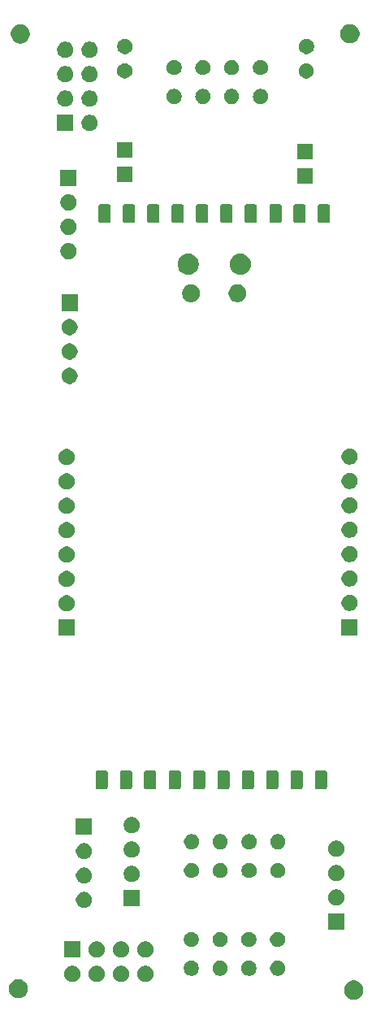
<source format=gbs>
G04 #@! TF.GenerationSoftware,KiCad,Pcbnew,9.0.4*
G04 #@! TF.CreationDate,2025-09-18T15:34:25+02:00*
G04 #@! TF.ProjectId,SMaRT,534d6152-542e-46b6-9963-61645f706362,0*
G04 #@! TF.SameCoordinates,Original*
G04 #@! TF.FileFunction,Soldermask,Bot*
G04 #@! TF.FilePolarity,Negative*
%FSLAX46Y46*%
G04 Gerber Fmt 4.6, Leading zero omitted, Abs format (unit mm)*
G04 Created by KiCad (PCBNEW 9.0.4) date 2025-09-18 15:34:25*
%MOMM*%
%LPD*%
G01*
G04 APERTURE LIST*
G04 APERTURE END LIST*
G36*
X105716686Y-137938428D02*
G01*
X105716687Y-137938428D01*
X105716689Y-137938429D01*
X105898678Y-138013811D01*
X106062463Y-138123249D01*
X106201751Y-138262537D01*
X106311189Y-138426322D01*
X106386571Y-138608311D01*
X106425000Y-138801509D01*
X106425000Y-138998491D01*
X106386571Y-139191689D01*
X106311189Y-139373678D01*
X106201751Y-139537463D01*
X106062463Y-139676751D01*
X105898678Y-139786189D01*
X105716689Y-139861571D01*
X105600770Y-139884628D01*
X105523493Y-139900000D01*
X105523491Y-139900000D01*
X105326509Y-139900000D01*
X105326507Y-139900000D01*
X105229910Y-139880785D01*
X105133311Y-139861571D01*
X104951322Y-139786189D01*
X104787537Y-139676751D01*
X104648249Y-139537463D01*
X104538811Y-139373678D01*
X104463429Y-139191689D01*
X104425000Y-138998491D01*
X104425000Y-138801509D01*
X104449769Y-138676983D01*
X104463428Y-138608313D01*
X104538812Y-138426320D01*
X104648247Y-138262539D01*
X104787539Y-138123247D01*
X104951320Y-138013812D01*
X105133313Y-137938428D01*
X105326507Y-137900000D01*
X105523493Y-137900000D01*
X105716686Y-137938428D01*
G37*
G36*
X70765285Y-137818060D02*
G01*
X70946397Y-137893079D01*
X71109393Y-138001990D01*
X71248010Y-138140607D01*
X71356921Y-138303603D01*
X71431940Y-138484715D01*
X71470185Y-138676983D01*
X71470185Y-138873017D01*
X71431940Y-139065285D01*
X71356921Y-139246397D01*
X71248010Y-139409393D01*
X71109393Y-139548010D01*
X70946397Y-139656921D01*
X70765285Y-139731940D01*
X70573017Y-139770185D01*
X70376983Y-139770185D01*
X70184715Y-139731940D01*
X70003603Y-139656921D01*
X69840607Y-139548010D01*
X69701990Y-139409393D01*
X69593079Y-139246397D01*
X69518060Y-139065285D01*
X69479815Y-138873017D01*
X69479815Y-138676983D01*
X69518060Y-138484715D01*
X69593079Y-138303603D01*
X69701990Y-138140607D01*
X69840607Y-138001990D01*
X70003603Y-137893079D01*
X70184715Y-137818060D01*
X70376983Y-137779815D01*
X70573017Y-137779815D01*
X70765285Y-137818060D01*
G37*
G36*
X76342936Y-136397665D02*
G01*
X76407010Y-136424205D01*
X76497625Y-136461739D01*
X76497627Y-136461740D01*
X76497626Y-136461740D01*
X76636844Y-136554762D01*
X76755238Y-136673156D01*
X76848260Y-136812374D01*
X76912335Y-136967064D01*
X76945000Y-137131282D01*
X76945000Y-137298718D01*
X76912335Y-137462936D01*
X76848260Y-137617626D01*
X76755238Y-137756844D01*
X76636844Y-137875238D01*
X76497626Y-137968260D01*
X76342936Y-138032335D01*
X76178718Y-138065000D01*
X76011282Y-138065000D01*
X75847064Y-138032335D01*
X75692374Y-137968260D01*
X75553156Y-137875238D01*
X75434762Y-137756844D01*
X75341740Y-137617626D01*
X75341739Y-137617625D01*
X75277665Y-137462935D01*
X75245000Y-137298718D01*
X75245000Y-137131281D01*
X75277665Y-136967064D01*
X75341739Y-136812374D01*
X75434760Y-136673159D01*
X75434762Y-136673156D01*
X75553156Y-136554762D01*
X75564105Y-136547446D01*
X75692374Y-136461739D01*
X75847064Y-136397665D01*
X76011282Y-136365000D01*
X76178718Y-136365000D01*
X76342936Y-136397665D01*
G37*
G36*
X78882936Y-136397665D02*
G01*
X78947010Y-136424205D01*
X79037625Y-136461739D01*
X79037627Y-136461740D01*
X79037626Y-136461740D01*
X79176844Y-136554762D01*
X79295238Y-136673156D01*
X79388260Y-136812374D01*
X79452335Y-136967064D01*
X79485000Y-137131282D01*
X79485000Y-137298718D01*
X79452335Y-137462936D01*
X79388260Y-137617626D01*
X79295238Y-137756844D01*
X79176844Y-137875238D01*
X79037626Y-137968260D01*
X78882936Y-138032335D01*
X78718718Y-138065000D01*
X78551282Y-138065000D01*
X78387064Y-138032335D01*
X78232374Y-137968260D01*
X78093156Y-137875238D01*
X77974762Y-137756844D01*
X77881740Y-137617626D01*
X77881739Y-137617625D01*
X77817665Y-137462935D01*
X77785000Y-137298718D01*
X77785000Y-137131281D01*
X77817665Y-136967064D01*
X77881739Y-136812374D01*
X77974760Y-136673159D01*
X77974762Y-136673156D01*
X78093156Y-136554762D01*
X78104105Y-136547446D01*
X78232374Y-136461739D01*
X78387064Y-136397665D01*
X78551282Y-136365000D01*
X78718718Y-136365000D01*
X78882936Y-136397665D01*
G37*
G36*
X81422936Y-136397665D02*
G01*
X81487010Y-136424205D01*
X81577625Y-136461739D01*
X81577627Y-136461740D01*
X81577626Y-136461740D01*
X81716844Y-136554762D01*
X81835238Y-136673156D01*
X81928260Y-136812374D01*
X81992335Y-136967064D01*
X82025000Y-137131282D01*
X82025000Y-137298718D01*
X81992335Y-137462936D01*
X81928260Y-137617626D01*
X81835238Y-137756844D01*
X81716844Y-137875238D01*
X81577626Y-137968260D01*
X81422936Y-138032335D01*
X81258718Y-138065000D01*
X81091282Y-138065000D01*
X80927064Y-138032335D01*
X80772374Y-137968260D01*
X80633156Y-137875238D01*
X80514762Y-137756844D01*
X80421740Y-137617626D01*
X80421739Y-137617625D01*
X80357665Y-137462935D01*
X80325000Y-137298718D01*
X80325000Y-137131281D01*
X80357665Y-136967064D01*
X80421739Y-136812374D01*
X80514760Y-136673159D01*
X80514762Y-136673156D01*
X80633156Y-136554762D01*
X80644105Y-136547446D01*
X80772374Y-136461739D01*
X80927064Y-136397665D01*
X81091282Y-136365000D01*
X81258718Y-136365000D01*
X81422936Y-136397665D01*
G37*
G36*
X83962936Y-136397665D02*
G01*
X84027010Y-136424205D01*
X84117625Y-136461739D01*
X84117627Y-136461740D01*
X84117626Y-136461740D01*
X84256844Y-136554762D01*
X84375238Y-136673156D01*
X84468260Y-136812374D01*
X84532335Y-136967064D01*
X84565000Y-137131282D01*
X84565000Y-137298718D01*
X84532335Y-137462936D01*
X84468260Y-137617626D01*
X84375238Y-137756844D01*
X84256844Y-137875238D01*
X84117626Y-137968260D01*
X83962936Y-138032335D01*
X83798718Y-138065000D01*
X83631282Y-138065000D01*
X83467064Y-138032335D01*
X83312374Y-137968260D01*
X83173156Y-137875238D01*
X83054762Y-137756844D01*
X82961740Y-137617626D01*
X82961739Y-137617625D01*
X82897665Y-137462935D01*
X82865000Y-137298718D01*
X82865000Y-137131281D01*
X82897665Y-136967064D01*
X82961739Y-136812374D01*
X83054760Y-136673159D01*
X83054762Y-136673156D01*
X83173156Y-136554762D01*
X83184105Y-136547446D01*
X83312374Y-136461739D01*
X83467064Y-136397665D01*
X83631282Y-136365000D01*
X83798718Y-136365000D01*
X83962936Y-136397665D01*
G37*
G36*
X88719675Y-135867857D02*
G01*
X88719676Y-135867857D01*
X88719678Y-135867858D01*
X88862976Y-135927214D01*
X88991940Y-136013385D01*
X89101616Y-136123061D01*
X89187787Y-136252025D01*
X89247143Y-136395323D01*
X89277402Y-136547447D01*
X89277402Y-136702551D01*
X89247143Y-136854675D01*
X89187787Y-136997973D01*
X89101616Y-137126937D01*
X88991940Y-137236613D01*
X88862976Y-137322784D01*
X88719678Y-137382140D01*
X88605585Y-137404834D01*
X88567555Y-137412399D01*
X88567554Y-137412399D01*
X88412450Y-137412399D01*
X88412449Y-137412399D01*
X88361742Y-137402312D01*
X88260326Y-137382140D01*
X88117028Y-137322784D01*
X87988064Y-137236613D01*
X87878388Y-137126937D01*
X87792217Y-136997973D01*
X87732861Y-136854675D01*
X87702602Y-136702551D01*
X87702602Y-136547447D01*
X87732395Y-136397665D01*
X87732860Y-136395325D01*
X87792218Y-136252023D01*
X87878386Y-136123063D01*
X87988066Y-136013383D01*
X88117026Y-135927215D01*
X88260328Y-135867857D01*
X88412449Y-135837599D01*
X88567555Y-135837599D01*
X88719675Y-135867857D01*
G37*
G36*
X91719674Y-135867857D02*
G01*
X91719675Y-135867857D01*
X91719677Y-135867858D01*
X91862975Y-135927214D01*
X91991939Y-136013385D01*
X92101615Y-136123061D01*
X92187786Y-136252025D01*
X92247142Y-136395323D01*
X92277401Y-136547447D01*
X92277401Y-136702551D01*
X92247142Y-136854675D01*
X92187786Y-136997973D01*
X92101615Y-137126937D01*
X91991939Y-137236613D01*
X91862975Y-137322784D01*
X91719677Y-137382140D01*
X91605584Y-137404834D01*
X91567554Y-137412399D01*
X91567553Y-137412399D01*
X91412449Y-137412399D01*
X91412448Y-137412399D01*
X91361741Y-137402312D01*
X91260325Y-137382140D01*
X91117027Y-137322784D01*
X90988063Y-137236613D01*
X90878387Y-137126937D01*
X90792216Y-136997973D01*
X90732860Y-136854675D01*
X90702601Y-136702551D01*
X90702601Y-136547447D01*
X90732394Y-136397665D01*
X90732859Y-136395325D01*
X90792217Y-136252023D01*
X90878385Y-136123063D01*
X90988065Y-136013383D01*
X91117025Y-135927215D01*
X91260327Y-135867857D01*
X91412448Y-135837599D01*
X91567554Y-135837599D01*
X91719674Y-135867857D01*
G37*
G36*
X94719673Y-135867857D02*
G01*
X94719674Y-135867857D01*
X94719676Y-135867858D01*
X94862974Y-135927214D01*
X94991938Y-136013385D01*
X95101614Y-136123061D01*
X95187785Y-136252025D01*
X95247141Y-136395323D01*
X95277400Y-136547447D01*
X95277400Y-136702551D01*
X95247141Y-136854675D01*
X95187785Y-136997973D01*
X95101614Y-137126937D01*
X94991938Y-137236613D01*
X94862974Y-137322784D01*
X94719676Y-137382140D01*
X94605583Y-137404834D01*
X94567553Y-137412399D01*
X94567552Y-137412399D01*
X94412448Y-137412399D01*
X94412447Y-137412399D01*
X94361740Y-137402312D01*
X94260324Y-137382140D01*
X94117026Y-137322784D01*
X93988062Y-137236613D01*
X93878386Y-137126937D01*
X93792215Y-136997973D01*
X93732859Y-136854675D01*
X93702600Y-136702551D01*
X93702600Y-136547447D01*
X93732393Y-136397665D01*
X93732858Y-136395325D01*
X93792216Y-136252023D01*
X93878384Y-136123063D01*
X93988064Y-136013383D01*
X94117024Y-135927215D01*
X94260326Y-135867857D01*
X94412447Y-135837599D01*
X94567553Y-135837599D01*
X94719673Y-135867857D01*
G37*
G36*
X97719672Y-135867857D02*
G01*
X97719673Y-135867857D01*
X97719675Y-135867858D01*
X97862973Y-135927214D01*
X97991937Y-136013385D01*
X98101613Y-136123061D01*
X98187784Y-136252025D01*
X98247140Y-136395323D01*
X98277399Y-136547447D01*
X98277399Y-136702551D01*
X98247140Y-136854675D01*
X98187784Y-136997973D01*
X98101613Y-137126937D01*
X97991937Y-137236613D01*
X97862973Y-137322784D01*
X97719675Y-137382140D01*
X97605582Y-137404834D01*
X97567552Y-137412399D01*
X97567551Y-137412399D01*
X97412447Y-137412399D01*
X97412446Y-137412399D01*
X97361739Y-137402312D01*
X97260323Y-137382140D01*
X97117025Y-137322784D01*
X96988061Y-137236613D01*
X96878385Y-137126937D01*
X96792214Y-136997973D01*
X96732858Y-136854675D01*
X96702599Y-136702551D01*
X96702599Y-136547447D01*
X96732392Y-136397665D01*
X96732857Y-136395325D01*
X96792215Y-136252023D01*
X96878383Y-136123063D01*
X96988063Y-136013383D01*
X97117023Y-135927215D01*
X97260325Y-135867857D01*
X97412446Y-135837599D01*
X97567552Y-135837599D01*
X97719672Y-135867857D01*
G37*
G36*
X76945000Y-135525000D02*
G01*
X76944996Y-135525000D01*
X75245004Y-135525000D01*
X75245000Y-135525000D01*
X75245000Y-133825000D01*
X76945000Y-133825000D01*
X76945000Y-135525000D01*
G37*
G36*
X78882936Y-133857665D02*
G01*
X78947010Y-133884205D01*
X79037625Y-133921739D01*
X79037627Y-133921740D01*
X79037626Y-133921740D01*
X79176844Y-134014762D01*
X79295238Y-134133156D01*
X79388260Y-134272374D01*
X79452335Y-134427064D01*
X79485000Y-134591282D01*
X79485000Y-134758718D01*
X79452335Y-134922936D01*
X79388260Y-135077626D01*
X79295238Y-135216844D01*
X79176844Y-135335238D01*
X79037626Y-135428260D01*
X78882936Y-135492335D01*
X78718718Y-135525000D01*
X78551282Y-135525000D01*
X78387064Y-135492335D01*
X78232374Y-135428260D01*
X78093156Y-135335238D01*
X77974762Y-135216844D01*
X77881740Y-135077626D01*
X77881739Y-135077625D01*
X77817665Y-134922935D01*
X77785000Y-134758718D01*
X77785000Y-134591281D01*
X77817665Y-134427064D01*
X77881739Y-134272374D01*
X77974760Y-134133159D01*
X77974762Y-134133156D01*
X78093156Y-134014762D01*
X78093786Y-134014340D01*
X78232374Y-133921739D01*
X78387064Y-133857665D01*
X78551282Y-133825000D01*
X78718718Y-133825000D01*
X78882936Y-133857665D01*
G37*
G36*
X81422936Y-133857665D02*
G01*
X81487010Y-133884205D01*
X81577625Y-133921739D01*
X81577627Y-133921740D01*
X81577626Y-133921740D01*
X81716844Y-134014762D01*
X81835238Y-134133156D01*
X81928260Y-134272374D01*
X81992335Y-134427064D01*
X82025000Y-134591282D01*
X82025000Y-134758718D01*
X81992335Y-134922936D01*
X81928260Y-135077626D01*
X81835238Y-135216844D01*
X81716844Y-135335238D01*
X81577626Y-135428260D01*
X81422936Y-135492335D01*
X81258718Y-135525000D01*
X81091282Y-135525000D01*
X80927064Y-135492335D01*
X80772374Y-135428260D01*
X80633156Y-135335238D01*
X80514762Y-135216844D01*
X80421740Y-135077626D01*
X80421739Y-135077625D01*
X80357665Y-134922935D01*
X80325000Y-134758718D01*
X80325000Y-134591281D01*
X80357665Y-134427064D01*
X80421739Y-134272374D01*
X80514760Y-134133159D01*
X80514762Y-134133156D01*
X80633156Y-134014762D01*
X80633786Y-134014340D01*
X80772374Y-133921739D01*
X80927064Y-133857665D01*
X81091282Y-133825000D01*
X81258718Y-133825000D01*
X81422936Y-133857665D01*
G37*
G36*
X83962936Y-133857665D02*
G01*
X84027010Y-133884205D01*
X84117625Y-133921739D01*
X84117627Y-133921740D01*
X84117626Y-133921740D01*
X84256844Y-134014762D01*
X84375238Y-134133156D01*
X84468260Y-134272374D01*
X84532335Y-134427064D01*
X84565000Y-134591282D01*
X84565000Y-134758718D01*
X84532335Y-134922936D01*
X84468260Y-135077626D01*
X84375238Y-135216844D01*
X84256844Y-135335238D01*
X84117626Y-135428260D01*
X83962936Y-135492335D01*
X83798718Y-135525000D01*
X83631282Y-135525000D01*
X83467064Y-135492335D01*
X83312374Y-135428260D01*
X83173156Y-135335238D01*
X83054762Y-135216844D01*
X82961740Y-135077626D01*
X82961739Y-135077625D01*
X82897665Y-134922935D01*
X82865000Y-134758718D01*
X82865000Y-134591281D01*
X82897665Y-134427064D01*
X82961739Y-134272374D01*
X83054760Y-134133159D01*
X83054762Y-134133156D01*
X83173156Y-134014762D01*
X83173786Y-134014340D01*
X83312374Y-133921739D01*
X83467064Y-133857665D01*
X83631282Y-133825000D01*
X83798718Y-133825000D01*
X83962936Y-133857665D01*
G37*
G36*
X88719675Y-132867858D02*
G01*
X88719676Y-132867858D01*
X88719678Y-132867859D01*
X88862976Y-132927215D01*
X88991940Y-133013386D01*
X89101616Y-133123062D01*
X89187787Y-133252026D01*
X89247143Y-133395324D01*
X89277402Y-133547448D01*
X89277402Y-133702552D01*
X89247143Y-133854676D01*
X89187787Y-133997974D01*
X89101616Y-134126938D01*
X88991940Y-134236614D01*
X88862976Y-134322785D01*
X88719678Y-134382141D01*
X88605585Y-134404835D01*
X88567555Y-134412400D01*
X88567554Y-134412400D01*
X88412450Y-134412400D01*
X88412449Y-134412400D01*
X88361742Y-134402313D01*
X88260326Y-134382141D01*
X88117028Y-134322785D01*
X87988064Y-134236614D01*
X87878388Y-134126938D01*
X87792217Y-133997974D01*
X87732861Y-133854676D01*
X87702602Y-133702552D01*
X87702602Y-133547448D01*
X87702602Y-133547447D01*
X87732860Y-133395326D01*
X87792218Y-133252024D01*
X87878386Y-133123064D01*
X87988066Y-133013384D01*
X88117026Y-132927216D01*
X88260328Y-132867858D01*
X88412449Y-132837600D01*
X88567555Y-132837600D01*
X88719675Y-132867858D01*
G37*
G36*
X91719674Y-132867858D02*
G01*
X91719675Y-132867858D01*
X91719677Y-132867859D01*
X91862975Y-132927215D01*
X91991939Y-133013386D01*
X92101615Y-133123062D01*
X92187786Y-133252026D01*
X92247142Y-133395324D01*
X92277401Y-133547448D01*
X92277401Y-133702552D01*
X92247142Y-133854676D01*
X92187786Y-133997974D01*
X92101615Y-134126938D01*
X91991939Y-134236614D01*
X91862975Y-134322785D01*
X91719677Y-134382141D01*
X91605584Y-134404835D01*
X91567554Y-134412400D01*
X91567553Y-134412400D01*
X91412449Y-134412400D01*
X91412448Y-134412400D01*
X91361741Y-134402313D01*
X91260325Y-134382141D01*
X91117027Y-134322785D01*
X90988063Y-134236614D01*
X90878387Y-134126938D01*
X90792216Y-133997974D01*
X90732860Y-133854676D01*
X90702601Y-133702552D01*
X90702601Y-133547448D01*
X90702601Y-133547447D01*
X90732859Y-133395326D01*
X90792217Y-133252024D01*
X90878385Y-133123064D01*
X90988065Y-133013384D01*
X91117025Y-132927216D01*
X91260327Y-132867858D01*
X91412448Y-132837600D01*
X91567554Y-132837600D01*
X91719674Y-132867858D01*
G37*
G36*
X94719673Y-132867858D02*
G01*
X94719674Y-132867858D01*
X94719676Y-132867859D01*
X94862974Y-132927215D01*
X94991938Y-133013386D01*
X95101614Y-133123062D01*
X95187785Y-133252026D01*
X95247141Y-133395324D01*
X95277400Y-133547448D01*
X95277400Y-133702552D01*
X95247141Y-133854676D01*
X95187785Y-133997974D01*
X95101614Y-134126938D01*
X94991938Y-134236614D01*
X94862974Y-134322785D01*
X94719676Y-134382141D01*
X94605583Y-134404835D01*
X94567553Y-134412400D01*
X94567552Y-134412400D01*
X94412448Y-134412400D01*
X94412447Y-134412400D01*
X94361740Y-134402313D01*
X94260324Y-134382141D01*
X94117026Y-134322785D01*
X93988062Y-134236614D01*
X93878386Y-134126938D01*
X93792215Y-133997974D01*
X93732859Y-133854676D01*
X93702600Y-133702552D01*
X93702600Y-133547448D01*
X93702600Y-133547447D01*
X93732858Y-133395326D01*
X93792216Y-133252024D01*
X93878384Y-133123064D01*
X93988064Y-133013384D01*
X94117024Y-132927216D01*
X94260326Y-132867858D01*
X94412447Y-132837600D01*
X94567553Y-132837600D01*
X94719673Y-132867858D01*
G37*
G36*
X97719672Y-132867858D02*
G01*
X97719673Y-132867858D01*
X97719675Y-132867859D01*
X97862973Y-132927215D01*
X97991937Y-133013386D01*
X98101613Y-133123062D01*
X98187784Y-133252026D01*
X98247140Y-133395324D01*
X98277399Y-133547448D01*
X98277399Y-133702552D01*
X98247140Y-133854676D01*
X98187784Y-133997974D01*
X98101613Y-134126938D01*
X97991937Y-134236614D01*
X97862973Y-134322785D01*
X97719675Y-134382141D01*
X97605582Y-134404835D01*
X97567552Y-134412400D01*
X97567551Y-134412400D01*
X97412447Y-134412400D01*
X97412446Y-134412400D01*
X97361739Y-134402313D01*
X97260323Y-134382141D01*
X97117025Y-134322785D01*
X96988061Y-134236614D01*
X96878385Y-134126938D01*
X96792214Y-133997974D01*
X96732858Y-133854676D01*
X96702599Y-133702552D01*
X96702599Y-133547448D01*
X96702599Y-133547447D01*
X96732857Y-133395326D01*
X96792215Y-133252024D01*
X96878383Y-133123064D01*
X96988063Y-133013384D01*
X97117023Y-132927216D01*
X97260325Y-132867858D01*
X97412446Y-132837600D01*
X97567552Y-132837600D01*
X97719672Y-132867858D01*
G37*
G36*
X104450000Y-132650000D02*
G01*
X104449996Y-132650000D01*
X102750004Y-132650000D01*
X102750000Y-132650000D01*
X102750000Y-130950000D01*
X104450000Y-130950000D01*
X104450000Y-132650000D01*
G37*
G36*
X77562936Y-128702665D02*
G01*
X77627010Y-128729205D01*
X77717625Y-128766739D01*
X77717627Y-128766740D01*
X77717626Y-128766740D01*
X77856844Y-128859762D01*
X77975238Y-128978156D01*
X78068260Y-129117374D01*
X78132335Y-129272064D01*
X78165000Y-129436282D01*
X78165000Y-129603718D01*
X78132335Y-129767936D01*
X78068260Y-129922626D01*
X77975238Y-130061844D01*
X77856844Y-130180238D01*
X77717626Y-130273260D01*
X77562936Y-130337335D01*
X77398718Y-130370000D01*
X77231282Y-130370000D01*
X77067064Y-130337335D01*
X76912374Y-130273260D01*
X76773156Y-130180238D01*
X76654762Y-130061844D01*
X76561740Y-129922626D01*
X76561739Y-129922625D01*
X76497665Y-129767935D01*
X76465000Y-129603718D01*
X76465000Y-129436281D01*
X76497665Y-129272064D01*
X76561739Y-129117374D01*
X76654760Y-128978159D01*
X76654762Y-128978156D01*
X76773156Y-128859762D01*
X76776730Y-128857374D01*
X76912374Y-128766739D01*
X77067064Y-128702665D01*
X77231282Y-128670000D01*
X77398718Y-128670000D01*
X77562936Y-128702665D01*
G37*
G36*
X83140000Y-130195000D02*
G01*
X83139996Y-130195000D01*
X81440004Y-130195000D01*
X81440000Y-130195000D01*
X81440000Y-128495000D01*
X83140000Y-128495000D01*
X83140000Y-130195000D01*
G37*
G36*
X103847936Y-128442665D02*
G01*
X103912010Y-128469205D01*
X104002625Y-128506739D01*
X104002627Y-128506740D01*
X104002626Y-128506740D01*
X104141844Y-128599762D01*
X104260238Y-128718156D01*
X104353260Y-128857374D01*
X104417335Y-129012064D01*
X104450000Y-129176282D01*
X104450000Y-129343718D01*
X104417335Y-129507936D01*
X104353260Y-129662626D01*
X104260238Y-129801844D01*
X104141844Y-129920238D01*
X104002626Y-130013260D01*
X103847936Y-130077335D01*
X103683718Y-130110000D01*
X103516282Y-130110000D01*
X103352064Y-130077335D01*
X103197374Y-130013260D01*
X103058156Y-129920238D01*
X102939762Y-129801844D01*
X102846740Y-129662626D01*
X102846739Y-129662625D01*
X102782665Y-129507935D01*
X102750000Y-129343718D01*
X102750000Y-129176281D01*
X102782665Y-129012064D01*
X102846739Y-128857374D01*
X102939760Y-128718159D01*
X102939762Y-128718156D01*
X103058156Y-128599762D01*
X103058786Y-128599340D01*
X103197374Y-128506739D01*
X103352064Y-128442665D01*
X103516282Y-128410000D01*
X103683718Y-128410000D01*
X103847936Y-128442665D01*
G37*
G36*
X77562936Y-126162665D02*
G01*
X77627010Y-126189205D01*
X77717625Y-126226739D01*
X77717627Y-126226740D01*
X77717626Y-126226740D01*
X77856844Y-126319762D01*
X77975238Y-126438156D01*
X78068260Y-126577374D01*
X78132335Y-126732064D01*
X78150418Y-126822973D01*
X78163495Y-126888718D01*
X78165000Y-126896282D01*
X78165000Y-127063718D01*
X78132335Y-127227936D01*
X78068260Y-127382626D01*
X77975238Y-127521844D01*
X77856844Y-127640238D01*
X77717626Y-127733260D01*
X77562936Y-127797335D01*
X77398718Y-127830000D01*
X77231282Y-127830000D01*
X77067064Y-127797335D01*
X76912374Y-127733260D01*
X76773156Y-127640238D01*
X76654762Y-127521844D01*
X76561740Y-127382626D01*
X76561739Y-127382625D01*
X76497665Y-127227935D01*
X76493528Y-127207140D01*
X76465000Y-127063718D01*
X76465000Y-126896282D01*
X76466505Y-126888718D01*
X76497665Y-126732064D01*
X76561739Y-126577374D01*
X76654760Y-126438159D01*
X76654762Y-126438156D01*
X76773156Y-126319762D01*
X76776730Y-126317374D01*
X76912374Y-126226739D01*
X77067064Y-126162665D01*
X77231282Y-126130000D01*
X77398718Y-126130000D01*
X77562936Y-126162665D01*
G37*
G36*
X82537936Y-125987665D02*
G01*
X82602010Y-126014205D01*
X82692625Y-126051739D01*
X82692627Y-126051740D01*
X82692626Y-126051740D01*
X82831844Y-126144762D01*
X82950238Y-126263156D01*
X83043260Y-126402374D01*
X83107335Y-126557064D01*
X83140000Y-126721282D01*
X83140000Y-126888718D01*
X83107335Y-127052936D01*
X83043260Y-127207626D01*
X82950238Y-127346844D01*
X82831844Y-127465238D01*
X82692626Y-127558260D01*
X82537936Y-127622335D01*
X82373718Y-127655000D01*
X82206282Y-127655000D01*
X82042064Y-127622335D01*
X81887374Y-127558260D01*
X81748156Y-127465238D01*
X81629762Y-127346844D01*
X81567466Y-127253611D01*
X81536739Y-127207625D01*
X81476260Y-127061614D01*
X81472665Y-127052936D01*
X81440000Y-126888718D01*
X81440000Y-126721282D01*
X81456908Y-126636282D01*
X81472665Y-126557064D01*
X81536739Y-126402374D01*
X81629760Y-126263159D01*
X81629762Y-126263156D01*
X81748156Y-126144762D01*
X81770249Y-126130000D01*
X81887374Y-126051739D01*
X82042064Y-125987665D01*
X82206282Y-125955000D01*
X82373718Y-125955000D01*
X82537936Y-125987665D01*
G37*
G36*
X103847936Y-125902665D02*
G01*
X103912010Y-125929205D01*
X104002625Y-125966739D01*
X104002627Y-125966740D01*
X104002626Y-125966740D01*
X104141844Y-126059762D01*
X104260238Y-126178156D01*
X104353260Y-126317374D01*
X104417335Y-126472064D01*
X104450000Y-126636282D01*
X104450000Y-126803718D01*
X104417335Y-126967936D01*
X104353260Y-127122626D01*
X104260238Y-127261844D01*
X104141844Y-127380238D01*
X104002626Y-127473260D01*
X103847936Y-127537335D01*
X103683718Y-127570000D01*
X103516282Y-127570000D01*
X103352064Y-127537335D01*
X103197374Y-127473260D01*
X103058156Y-127380238D01*
X102939762Y-127261844D01*
X102863550Y-127147784D01*
X102846739Y-127122625D01*
X102782665Y-126967935D01*
X102750000Y-126803718D01*
X102750000Y-126636281D01*
X102782665Y-126472064D01*
X102846739Y-126317374D01*
X102939760Y-126178159D01*
X102939762Y-126178156D01*
X103058156Y-126059762D01*
X103070163Y-126051739D01*
X103197374Y-125966739D01*
X103352064Y-125902665D01*
X103516282Y-125870000D01*
X103683718Y-125870000D01*
X103847936Y-125902665D01*
G37*
G36*
X88744676Y-125692857D02*
G01*
X88744677Y-125692857D01*
X88744679Y-125692858D01*
X88887977Y-125752214D01*
X89016941Y-125838385D01*
X89126617Y-125948061D01*
X89212788Y-126077025D01*
X89272144Y-126220323D01*
X89302403Y-126372447D01*
X89302403Y-126527551D01*
X89272144Y-126679675D01*
X89212788Y-126822973D01*
X89126617Y-126951937D01*
X89016941Y-127061613D01*
X88887977Y-127147784D01*
X88744679Y-127207140D01*
X88640134Y-127227935D01*
X88592556Y-127237399D01*
X88592555Y-127237399D01*
X88437451Y-127237399D01*
X88437450Y-127237399D01*
X88386743Y-127227312D01*
X88285327Y-127207140D01*
X88142029Y-127147784D01*
X88013065Y-127061613D01*
X87903389Y-126951937D01*
X87817218Y-126822973D01*
X87757862Y-126679675D01*
X87749230Y-126636282D01*
X87727603Y-126527551D01*
X87727603Y-126372446D01*
X87757861Y-126220325D01*
X87817219Y-126077023D01*
X87903387Y-125948063D01*
X88013067Y-125838383D01*
X88142027Y-125752215D01*
X88285329Y-125692857D01*
X88437450Y-125662599D01*
X88592556Y-125662599D01*
X88744676Y-125692857D01*
G37*
G36*
X91744675Y-125692857D02*
G01*
X91744676Y-125692857D01*
X91744678Y-125692858D01*
X91887976Y-125752214D01*
X92016940Y-125838385D01*
X92126616Y-125948061D01*
X92212787Y-126077025D01*
X92272143Y-126220323D01*
X92302402Y-126372447D01*
X92302402Y-126527551D01*
X92272143Y-126679675D01*
X92212787Y-126822973D01*
X92126616Y-126951937D01*
X92016940Y-127061613D01*
X91887976Y-127147784D01*
X91744678Y-127207140D01*
X91640133Y-127227935D01*
X91592555Y-127237399D01*
X91592554Y-127237399D01*
X91437450Y-127237399D01*
X91437449Y-127237399D01*
X91386742Y-127227312D01*
X91285326Y-127207140D01*
X91142028Y-127147784D01*
X91013064Y-127061613D01*
X90903388Y-126951937D01*
X90817217Y-126822973D01*
X90757861Y-126679675D01*
X90749229Y-126636282D01*
X90727602Y-126527551D01*
X90727602Y-126372446D01*
X90757860Y-126220325D01*
X90817218Y-126077023D01*
X90903386Y-125948063D01*
X91013066Y-125838383D01*
X91142026Y-125752215D01*
X91285328Y-125692857D01*
X91437449Y-125662599D01*
X91592555Y-125662599D01*
X91744675Y-125692857D01*
G37*
G36*
X94744674Y-125692857D02*
G01*
X94744675Y-125692857D01*
X94744677Y-125692858D01*
X94887975Y-125752214D01*
X95016939Y-125838385D01*
X95126615Y-125948061D01*
X95212786Y-126077025D01*
X95272142Y-126220323D01*
X95302401Y-126372447D01*
X95302401Y-126527551D01*
X95272142Y-126679675D01*
X95212786Y-126822973D01*
X95126615Y-126951937D01*
X95016939Y-127061613D01*
X94887975Y-127147784D01*
X94744677Y-127207140D01*
X94640132Y-127227935D01*
X94592554Y-127237399D01*
X94592553Y-127237399D01*
X94437449Y-127237399D01*
X94437448Y-127237399D01*
X94386741Y-127227312D01*
X94285325Y-127207140D01*
X94142027Y-127147784D01*
X94013063Y-127061613D01*
X93903387Y-126951937D01*
X93817216Y-126822973D01*
X93757860Y-126679675D01*
X93749228Y-126636282D01*
X93727601Y-126527551D01*
X93727601Y-126372446D01*
X93757859Y-126220325D01*
X93817217Y-126077023D01*
X93903385Y-125948063D01*
X94013065Y-125838383D01*
X94142025Y-125752215D01*
X94285327Y-125692857D01*
X94437448Y-125662599D01*
X94592554Y-125662599D01*
X94744674Y-125692857D01*
G37*
G36*
X97744673Y-125692857D02*
G01*
X97744674Y-125692857D01*
X97744676Y-125692858D01*
X97887974Y-125752214D01*
X98016938Y-125838385D01*
X98126614Y-125948061D01*
X98212785Y-126077025D01*
X98272141Y-126220323D01*
X98302400Y-126372447D01*
X98302400Y-126527551D01*
X98272141Y-126679675D01*
X98212785Y-126822973D01*
X98126614Y-126951937D01*
X98016938Y-127061613D01*
X97887974Y-127147784D01*
X97744676Y-127207140D01*
X97640131Y-127227935D01*
X97592553Y-127237399D01*
X97592552Y-127237399D01*
X97437448Y-127237399D01*
X97437447Y-127237399D01*
X97386740Y-127227312D01*
X97285324Y-127207140D01*
X97142026Y-127147784D01*
X97013062Y-127061613D01*
X96903386Y-126951937D01*
X96817215Y-126822973D01*
X96757859Y-126679675D01*
X96749227Y-126636282D01*
X96727600Y-126527551D01*
X96727600Y-126372446D01*
X96757858Y-126220325D01*
X96817216Y-126077023D01*
X96903384Y-125948063D01*
X97013064Y-125838383D01*
X97142024Y-125752215D01*
X97285326Y-125692857D01*
X97437447Y-125662599D01*
X97592553Y-125662599D01*
X97744673Y-125692857D01*
G37*
G36*
X77562936Y-123622665D02*
G01*
X77627010Y-123649205D01*
X77717625Y-123686739D01*
X77717627Y-123686740D01*
X77717626Y-123686740D01*
X77856844Y-123779762D01*
X77975238Y-123898156D01*
X78068260Y-124037374D01*
X78132335Y-124192064D01*
X78159580Y-124329035D01*
X78163495Y-124348718D01*
X78165000Y-124356282D01*
X78165000Y-124523718D01*
X78132335Y-124687936D01*
X78068260Y-124842626D01*
X77975238Y-124981844D01*
X77856844Y-125100238D01*
X77717626Y-125193260D01*
X77562936Y-125257335D01*
X77398718Y-125290000D01*
X77231282Y-125290000D01*
X77067064Y-125257335D01*
X76912374Y-125193260D01*
X76773156Y-125100238D01*
X76654762Y-124981844D01*
X76561740Y-124842626D01*
X76561739Y-124842625D01*
X76497665Y-124687935D01*
X76465000Y-124523718D01*
X76465000Y-124356281D01*
X76497665Y-124192064D01*
X76561739Y-124037374D01*
X76654760Y-123898159D01*
X76654762Y-123898156D01*
X76773156Y-123779762D01*
X76776730Y-123777374D01*
X76912374Y-123686739D01*
X77067064Y-123622665D01*
X77231282Y-123590000D01*
X77398718Y-123590000D01*
X77562936Y-123622665D01*
G37*
G36*
X82537936Y-123447665D02*
G01*
X82602010Y-123474205D01*
X82692625Y-123511739D01*
X82738611Y-123542466D01*
X82831844Y-123604762D01*
X82950238Y-123723156D01*
X83043260Y-123862374D01*
X83107335Y-124017064D01*
X83140000Y-124181282D01*
X83140000Y-124348718D01*
X83107335Y-124512936D01*
X83043260Y-124667626D01*
X82950238Y-124806844D01*
X82831844Y-124925238D01*
X82692626Y-125018260D01*
X82537936Y-125082335D01*
X82373718Y-125115000D01*
X82206282Y-125115000D01*
X82042064Y-125082335D01*
X81887374Y-125018260D01*
X81748156Y-124925238D01*
X81629762Y-124806844D01*
X81567466Y-124713611D01*
X81536739Y-124667625D01*
X81472665Y-124512935D01*
X81455757Y-124427936D01*
X81440000Y-124348718D01*
X81440000Y-124181282D01*
X81456908Y-124096282D01*
X81472665Y-124017064D01*
X81536739Y-123862374D01*
X81629760Y-123723159D01*
X81629762Y-123723156D01*
X81748156Y-123604762D01*
X81770249Y-123590000D01*
X81887374Y-123511739D01*
X82042064Y-123447665D01*
X82206282Y-123415000D01*
X82373718Y-123415000D01*
X82537936Y-123447665D01*
G37*
G36*
X103847936Y-123362665D02*
G01*
X103871554Y-123372448D01*
X104002625Y-123426739D01*
X104002627Y-123426740D01*
X104002626Y-123426740D01*
X104141844Y-123519762D01*
X104260238Y-123638156D01*
X104353260Y-123777374D01*
X104417335Y-123932064D01*
X104450000Y-124096282D01*
X104450000Y-124263718D01*
X104417335Y-124427936D01*
X104353260Y-124582626D01*
X104260238Y-124721844D01*
X104141844Y-124840238D01*
X104002626Y-124933260D01*
X103847936Y-124997335D01*
X103683718Y-125030000D01*
X103516282Y-125030000D01*
X103352064Y-124997335D01*
X103197374Y-124933260D01*
X103058156Y-124840238D01*
X102939762Y-124721844D01*
X102846740Y-124582626D01*
X102846739Y-124582625D01*
X102782665Y-124427935D01*
X102750000Y-124263718D01*
X102750000Y-124096281D01*
X102782665Y-123932064D01*
X102846739Y-123777374D01*
X102939760Y-123638159D01*
X102939762Y-123638156D01*
X103058156Y-123519762D01*
X103070163Y-123511739D01*
X103197374Y-123426739D01*
X103352064Y-123362665D01*
X103516282Y-123330000D01*
X103683718Y-123330000D01*
X103847936Y-123362665D01*
G37*
G36*
X88744676Y-122692858D02*
G01*
X88744677Y-122692858D01*
X88744679Y-122692859D01*
X88887977Y-122752215D01*
X89016941Y-122838386D01*
X89126617Y-122948062D01*
X89212788Y-123077026D01*
X89272144Y-123220324D01*
X89302403Y-123372448D01*
X89302403Y-123527552D01*
X89272144Y-123679676D01*
X89212788Y-123822974D01*
X89126617Y-123951938D01*
X89016941Y-124061614D01*
X88887977Y-124147785D01*
X88744679Y-124207141D01*
X88630586Y-124229835D01*
X88592556Y-124237400D01*
X88592555Y-124237400D01*
X88437451Y-124237400D01*
X88437450Y-124237400D01*
X88386743Y-124227313D01*
X88285327Y-124207141D01*
X88142029Y-124147785D01*
X88013065Y-124061614D01*
X87903389Y-123951938D01*
X87817218Y-123822974D01*
X87757862Y-123679676D01*
X87740024Y-123590000D01*
X87727603Y-123527552D01*
X87727603Y-123372447D01*
X87757861Y-123220326D01*
X87817219Y-123077024D01*
X87903387Y-122948064D01*
X88013067Y-122838384D01*
X88142027Y-122752216D01*
X88147377Y-122750000D01*
X88285327Y-122692859D01*
X88285329Y-122692858D01*
X88437450Y-122662600D01*
X88592556Y-122662600D01*
X88744676Y-122692858D01*
G37*
G36*
X91744675Y-122692858D02*
G01*
X91744676Y-122692858D01*
X91744678Y-122692859D01*
X91887976Y-122752215D01*
X92016940Y-122838386D01*
X92126616Y-122948062D01*
X92212787Y-123077026D01*
X92272143Y-123220324D01*
X92302402Y-123372448D01*
X92302402Y-123527552D01*
X92272143Y-123679676D01*
X92212787Y-123822974D01*
X92126616Y-123951938D01*
X92016940Y-124061614D01*
X91887976Y-124147785D01*
X91744678Y-124207141D01*
X91630585Y-124229835D01*
X91592555Y-124237400D01*
X91592554Y-124237400D01*
X91437450Y-124237400D01*
X91437449Y-124237400D01*
X91386742Y-124227313D01*
X91285326Y-124207141D01*
X91142028Y-124147785D01*
X91013064Y-124061614D01*
X90903388Y-123951938D01*
X90817217Y-123822974D01*
X90757861Y-123679676D01*
X90740023Y-123590000D01*
X90727602Y-123527552D01*
X90727602Y-123372447D01*
X90757860Y-123220326D01*
X90817218Y-123077024D01*
X90903386Y-122948064D01*
X91013066Y-122838384D01*
X91142026Y-122752216D01*
X91147376Y-122750000D01*
X91285326Y-122692859D01*
X91285328Y-122692858D01*
X91437449Y-122662600D01*
X91592555Y-122662600D01*
X91744675Y-122692858D01*
G37*
G36*
X94744674Y-122692858D02*
G01*
X94744675Y-122692858D01*
X94744677Y-122692859D01*
X94887975Y-122752215D01*
X95016939Y-122838386D01*
X95126615Y-122948062D01*
X95212786Y-123077026D01*
X95272142Y-123220324D01*
X95302401Y-123372448D01*
X95302401Y-123527552D01*
X95272142Y-123679676D01*
X95212786Y-123822974D01*
X95126615Y-123951938D01*
X95016939Y-124061614D01*
X94887975Y-124147785D01*
X94744677Y-124207141D01*
X94630584Y-124229835D01*
X94592554Y-124237400D01*
X94592553Y-124237400D01*
X94437449Y-124237400D01*
X94437448Y-124237400D01*
X94386741Y-124227313D01*
X94285325Y-124207141D01*
X94142027Y-124147785D01*
X94013063Y-124061614D01*
X93903387Y-123951938D01*
X93817216Y-123822974D01*
X93757860Y-123679676D01*
X93740022Y-123590000D01*
X93727601Y-123527552D01*
X93727601Y-123372447D01*
X93757859Y-123220326D01*
X93817217Y-123077024D01*
X93903385Y-122948064D01*
X94013065Y-122838384D01*
X94142025Y-122752216D01*
X94147375Y-122750000D01*
X94285325Y-122692859D01*
X94285327Y-122692858D01*
X94437448Y-122662600D01*
X94592554Y-122662600D01*
X94744674Y-122692858D01*
G37*
G36*
X97744673Y-122692858D02*
G01*
X97744674Y-122692858D01*
X97744676Y-122692859D01*
X97887974Y-122752215D01*
X98016938Y-122838386D01*
X98126614Y-122948062D01*
X98212785Y-123077026D01*
X98272141Y-123220324D01*
X98302400Y-123372448D01*
X98302400Y-123527552D01*
X98272141Y-123679676D01*
X98212785Y-123822974D01*
X98126614Y-123951938D01*
X98016938Y-124061614D01*
X97887974Y-124147785D01*
X97744676Y-124207141D01*
X97630583Y-124229835D01*
X97592553Y-124237400D01*
X97592552Y-124237400D01*
X97437448Y-124237400D01*
X97437447Y-124237400D01*
X97386740Y-124227313D01*
X97285324Y-124207141D01*
X97142026Y-124147785D01*
X97013062Y-124061614D01*
X96903386Y-123951938D01*
X96817215Y-123822974D01*
X96757859Y-123679676D01*
X96740021Y-123590000D01*
X96727600Y-123527552D01*
X96727600Y-123372447D01*
X96757858Y-123220326D01*
X96817216Y-123077024D01*
X96903384Y-122948064D01*
X97013064Y-122838384D01*
X97142024Y-122752216D01*
X97147374Y-122750000D01*
X97285324Y-122692859D01*
X97285326Y-122692858D01*
X97437447Y-122662600D01*
X97592553Y-122662600D01*
X97744673Y-122692858D01*
G37*
G36*
X78165000Y-122750000D02*
G01*
X78164996Y-122750000D01*
X76465004Y-122750000D01*
X76465000Y-122750000D01*
X76465000Y-121050000D01*
X78165000Y-121050000D01*
X78165000Y-122750000D01*
G37*
G36*
X82537936Y-120907665D02*
G01*
X82602010Y-120934205D01*
X82692625Y-120971739D01*
X82692627Y-120971740D01*
X82692626Y-120971740D01*
X82831844Y-121064762D01*
X82950238Y-121183156D01*
X83043260Y-121322374D01*
X83107335Y-121477064D01*
X83140000Y-121641282D01*
X83140000Y-121808718D01*
X83107335Y-121972936D01*
X83043260Y-122127626D01*
X82950238Y-122266844D01*
X82831844Y-122385238D01*
X82692626Y-122478260D01*
X82537936Y-122542335D01*
X82373718Y-122575000D01*
X82206282Y-122575000D01*
X82042064Y-122542335D01*
X81887374Y-122478260D01*
X81748156Y-122385238D01*
X81629762Y-122266844D01*
X81536740Y-122127626D01*
X81536739Y-122127625D01*
X81472665Y-121972935D01*
X81440000Y-121808718D01*
X81440000Y-121641281D01*
X81472665Y-121477064D01*
X81536739Y-121322374D01*
X81629760Y-121183159D01*
X81629762Y-121183156D01*
X81748156Y-121064762D01*
X81770249Y-121050000D01*
X81887374Y-120971739D01*
X82042064Y-120907665D01*
X82206282Y-120875000D01*
X82373718Y-120875000D01*
X82537936Y-120907665D01*
G37*
G36*
X84706316Y-116064255D02*
G01*
X84769330Y-116106359D01*
X84811434Y-116169373D01*
X84811434Y-116169374D01*
X84822487Y-116224941D01*
X84822487Y-117786465D01*
X84811434Y-117842032D01*
X84769330Y-117905046D01*
X84706316Y-117947150D01*
X84650749Y-117958203D01*
X83724225Y-117958203D01*
X83695549Y-117952499D01*
X83668657Y-117947150D01*
X83605643Y-117905046D01*
X83563539Y-117842032D01*
X83552487Y-117786467D01*
X83552487Y-116224937D01*
X83563539Y-116169373D01*
X83605643Y-116106359D01*
X83668657Y-116064255D01*
X83724222Y-116053203D01*
X84650752Y-116053203D01*
X84706316Y-116064255D01*
G37*
G36*
X79658829Y-116058552D02*
G01*
X79721843Y-116100656D01*
X79763947Y-116163670D01*
X79767597Y-116182024D01*
X79775000Y-116219238D01*
X79775000Y-117780762D01*
X79763947Y-117836329D01*
X79721843Y-117899343D01*
X79658829Y-117941447D01*
X79603262Y-117952500D01*
X78676738Y-117952500D01*
X78648577Y-117946898D01*
X78621170Y-117941447D01*
X78558156Y-117899343D01*
X78516052Y-117836329D01*
X78505000Y-117780764D01*
X78505000Y-116219234D01*
X78516052Y-116163670D01*
X78558156Y-116100656D01*
X78621170Y-116058552D01*
X78676735Y-116047500D01*
X79603265Y-116047500D01*
X79658829Y-116058552D01*
G37*
G36*
X82198829Y-116058552D02*
G01*
X82261843Y-116100656D01*
X82303947Y-116163670D01*
X82307597Y-116182024D01*
X82315000Y-116219238D01*
X82315000Y-117780762D01*
X82303947Y-117836329D01*
X82261843Y-117899343D01*
X82198829Y-117941447D01*
X82143262Y-117952500D01*
X81216738Y-117952500D01*
X81188577Y-117946898D01*
X81161170Y-117941447D01*
X81098156Y-117899343D01*
X81056052Y-117836329D01*
X81045000Y-117780764D01*
X81045000Y-116219234D01*
X81056052Y-116163670D01*
X81098156Y-116100656D01*
X81161170Y-116058552D01*
X81216735Y-116047500D01*
X82143265Y-116047500D01*
X82198829Y-116058552D01*
G37*
G36*
X87278829Y-116058552D02*
G01*
X87341843Y-116100656D01*
X87383947Y-116163670D01*
X87387597Y-116182024D01*
X87395000Y-116219238D01*
X87395000Y-117780762D01*
X87383947Y-117836329D01*
X87341843Y-117899343D01*
X87278829Y-117941447D01*
X87223262Y-117952500D01*
X86296738Y-117952500D01*
X86268577Y-117946898D01*
X86241170Y-117941447D01*
X86178156Y-117899343D01*
X86136052Y-117836329D01*
X86125000Y-117780764D01*
X86125000Y-116219234D01*
X86136052Y-116163670D01*
X86178156Y-116100656D01*
X86241170Y-116058552D01*
X86296735Y-116047500D01*
X87223265Y-116047500D01*
X87278829Y-116058552D01*
G37*
G36*
X89818829Y-116058552D02*
G01*
X89881843Y-116100656D01*
X89923947Y-116163670D01*
X89927597Y-116182024D01*
X89935000Y-116219238D01*
X89935000Y-117780762D01*
X89923947Y-117836329D01*
X89881843Y-117899343D01*
X89818829Y-117941447D01*
X89763262Y-117952500D01*
X88836738Y-117952500D01*
X88808577Y-117946898D01*
X88781170Y-117941447D01*
X88718156Y-117899343D01*
X88676052Y-117836329D01*
X88665000Y-117780764D01*
X88665000Y-116219234D01*
X88676052Y-116163670D01*
X88718156Y-116100656D01*
X88781170Y-116058552D01*
X88836735Y-116047500D01*
X89763265Y-116047500D01*
X89818829Y-116058552D01*
G37*
G36*
X92358829Y-116058552D02*
G01*
X92421843Y-116100656D01*
X92463947Y-116163670D01*
X92467597Y-116182024D01*
X92475000Y-116219238D01*
X92475000Y-117780762D01*
X92463947Y-117836329D01*
X92421843Y-117899343D01*
X92358829Y-117941447D01*
X92303262Y-117952500D01*
X91376738Y-117952500D01*
X91348577Y-117946898D01*
X91321170Y-117941447D01*
X91258156Y-117899343D01*
X91216052Y-117836329D01*
X91205000Y-117780764D01*
X91205000Y-116219234D01*
X91216052Y-116163670D01*
X91258156Y-116100656D01*
X91321170Y-116058552D01*
X91376735Y-116047500D01*
X92303265Y-116047500D01*
X92358829Y-116058552D01*
G37*
G36*
X94898829Y-116058552D02*
G01*
X94961843Y-116100656D01*
X95003947Y-116163670D01*
X95007597Y-116182024D01*
X95015000Y-116219238D01*
X95015000Y-117780762D01*
X95003947Y-117836329D01*
X94961843Y-117899343D01*
X94898829Y-117941447D01*
X94843262Y-117952500D01*
X93916738Y-117952500D01*
X93888577Y-117946898D01*
X93861170Y-117941447D01*
X93798156Y-117899343D01*
X93756052Y-117836329D01*
X93745000Y-117780764D01*
X93745000Y-116219234D01*
X93756052Y-116163670D01*
X93798156Y-116100656D01*
X93861170Y-116058552D01*
X93916735Y-116047500D01*
X94843265Y-116047500D01*
X94898829Y-116058552D01*
G37*
G36*
X97438829Y-116058552D02*
G01*
X97501843Y-116100656D01*
X97543947Y-116163670D01*
X97547597Y-116182024D01*
X97555000Y-116219238D01*
X97555000Y-117780762D01*
X97543947Y-117836329D01*
X97501843Y-117899343D01*
X97438829Y-117941447D01*
X97383262Y-117952500D01*
X96456738Y-117952500D01*
X96428577Y-117946898D01*
X96401170Y-117941447D01*
X96338156Y-117899343D01*
X96296052Y-117836329D01*
X96285000Y-117780764D01*
X96285000Y-116219234D01*
X96296052Y-116163670D01*
X96338156Y-116100656D01*
X96401170Y-116058552D01*
X96456735Y-116047500D01*
X97383265Y-116047500D01*
X97438829Y-116058552D01*
G37*
G36*
X99978829Y-116058552D02*
G01*
X100041843Y-116100656D01*
X100083947Y-116163670D01*
X100087597Y-116182024D01*
X100095000Y-116219238D01*
X100095000Y-117780762D01*
X100083947Y-117836329D01*
X100041843Y-117899343D01*
X99978829Y-117941447D01*
X99923262Y-117952500D01*
X98996738Y-117952500D01*
X98968577Y-117946898D01*
X98941170Y-117941447D01*
X98878156Y-117899343D01*
X98836052Y-117836329D01*
X98825000Y-117780764D01*
X98825000Y-116219234D01*
X98836052Y-116163670D01*
X98878156Y-116100656D01*
X98941170Y-116058552D01*
X98996735Y-116047500D01*
X99923265Y-116047500D01*
X99978829Y-116058552D01*
G37*
G36*
X102518829Y-116058552D02*
G01*
X102581843Y-116100656D01*
X102623947Y-116163670D01*
X102627597Y-116182024D01*
X102635000Y-116219238D01*
X102635000Y-117780762D01*
X102623947Y-117836329D01*
X102581843Y-117899343D01*
X102518829Y-117941447D01*
X102463262Y-117952500D01*
X101536738Y-117952500D01*
X101508577Y-117946898D01*
X101481170Y-117941447D01*
X101418156Y-117899343D01*
X101376052Y-117836329D01*
X101365000Y-117780764D01*
X101365000Y-116219234D01*
X101376052Y-116163670D01*
X101418156Y-116100656D01*
X101481170Y-116058552D01*
X101536735Y-116047500D01*
X102463265Y-116047500D01*
X102518829Y-116058552D01*
G37*
G36*
X76350000Y-102010000D02*
G01*
X76349996Y-102010000D01*
X74650004Y-102010000D01*
X74650000Y-102010000D01*
X74650000Y-100310000D01*
X76350000Y-100310000D01*
X76350000Y-102010000D01*
G37*
G36*
X105850000Y-101950000D02*
G01*
X105849996Y-101950000D01*
X104150004Y-101950000D01*
X104150000Y-101950000D01*
X104150000Y-100250000D01*
X105850000Y-100250000D01*
X105850000Y-101950000D01*
G37*
G36*
X75747936Y-97802665D02*
G01*
X75812010Y-97829205D01*
X75902625Y-97866739D01*
X75902627Y-97866740D01*
X75902626Y-97866740D01*
X76041844Y-97959762D01*
X76160238Y-98078156D01*
X76253260Y-98217374D01*
X76317335Y-98372064D01*
X76350000Y-98536282D01*
X76350000Y-98703718D01*
X76317335Y-98867936D01*
X76253260Y-99022626D01*
X76160238Y-99161844D01*
X76041844Y-99280238D01*
X75902626Y-99373260D01*
X75747936Y-99437335D01*
X75583718Y-99470000D01*
X75416282Y-99470000D01*
X75252064Y-99437335D01*
X75097374Y-99373260D01*
X74958156Y-99280238D01*
X74839762Y-99161844D01*
X74746740Y-99022626D01*
X74746739Y-99022625D01*
X74682665Y-98867935D01*
X74650000Y-98703718D01*
X74650000Y-98536281D01*
X74682665Y-98372064D01*
X74746739Y-98217374D01*
X74839760Y-98078159D01*
X74839762Y-98078156D01*
X74958156Y-97959762D01*
X74958786Y-97959340D01*
X75097374Y-97866739D01*
X75252064Y-97802665D01*
X75416282Y-97770000D01*
X75583718Y-97770000D01*
X75747936Y-97802665D01*
G37*
G36*
X105247936Y-97742665D02*
G01*
X105312010Y-97769205D01*
X105402625Y-97806739D01*
X105402627Y-97806740D01*
X105402626Y-97806740D01*
X105541844Y-97899762D01*
X105660238Y-98018156D01*
X105753260Y-98157374D01*
X105817335Y-98312064D01*
X105850000Y-98476282D01*
X105850000Y-98643718D01*
X105817335Y-98807936D01*
X105753260Y-98962626D01*
X105660238Y-99101844D01*
X105541844Y-99220238D01*
X105402626Y-99313260D01*
X105247936Y-99377335D01*
X105083718Y-99410000D01*
X104916282Y-99410000D01*
X104752064Y-99377335D01*
X104597374Y-99313260D01*
X104458156Y-99220238D01*
X104339762Y-99101844D01*
X104246740Y-98962626D01*
X104246739Y-98962625D01*
X104182665Y-98807935D01*
X104150000Y-98643718D01*
X104150000Y-98476281D01*
X104182665Y-98312064D01*
X104246739Y-98157374D01*
X104339760Y-98018159D01*
X104339762Y-98018156D01*
X104458156Y-97899762D01*
X104507577Y-97866740D01*
X104597374Y-97806739D01*
X104752064Y-97742665D01*
X104916282Y-97710000D01*
X105083718Y-97710000D01*
X105247936Y-97742665D01*
G37*
G36*
X75747936Y-95262665D02*
G01*
X75812010Y-95289205D01*
X75902625Y-95326739D01*
X75902627Y-95326740D01*
X75902626Y-95326740D01*
X76041844Y-95419762D01*
X76160238Y-95538156D01*
X76253260Y-95677374D01*
X76317335Y-95832064D01*
X76350000Y-95996282D01*
X76350000Y-96163718D01*
X76317335Y-96327936D01*
X76253260Y-96482626D01*
X76160238Y-96621844D01*
X76041844Y-96740238D01*
X75902626Y-96833260D01*
X75747936Y-96897335D01*
X75583718Y-96930000D01*
X75416282Y-96930000D01*
X75252064Y-96897335D01*
X75097374Y-96833260D01*
X74958156Y-96740238D01*
X74839762Y-96621844D01*
X74746740Y-96482626D01*
X74746739Y-96482625D01*
X74682665Y-96327935D01*
X74650000Y-96163718D01*
X74650000Y-95996281D01*
X74682665Y-95832064D01*
X74746739Y-95677374D01*
X74839760Y-95538159D01*
X74839762Y-95538156D01*
X74958156Y-95419762D01*
X74958786Y-95419340D01*
X75097374Y-95326739D01*
X75252064Y-95262665D01*
X75416282Y-95230000D01*
X75583718Y-95230000D01*
X75747936Y-95262665D01*
G37*
G36*
X105247936Y-95202665D02*
G01*
X105312010Y-95229205D01*
X105402625Y-95266739D01*
X105402627Y-95266740D01*
X105402626Y-95266740D01*
X105541844Y-95359762D01*
X105660238Y-95478156D01*
X105753260Y-95617374D01*
X105817335Y-95772064D01*
X105850000Y-95936282D01*
X105850000Y-96103718D01*
X105817335Y-96267936D01*
X105753260Y-96422626D01*
X105660238Y-96561844D01*
X105541844Y-96680238D01*
X105402626Y-96773260D01*
X105247936Y-96837335D01*
X105083718Y-96870000D01*
X104916282Y-96870000D01*
X104752064Y-96837335D01*
X104597374Y-96773260D01*
X104458156Y-96680238D01*
X104339762Y-96561844D01*
X104246740Y-96422626D01*
X104246739Y-96422625D01*
X104182665Y-96267935D01*
X104150000Y-96103718D01*
X104150000Y-95936281D01*
X104182665Y-95772064D01*
X104246739Y-95617374D01*
X104339760Y-95478159D01*
X104339762Y-95478156D01*
X104458156Y-95359762D01*
X104507577Y-95326740D01*
X104597374Y-95266739D01*
X104752064Y-95202665D01*
X104916282Y-95170000D01*
X105083718Y-95170000D01*
X105247936Y-95202665D01*
G37*
G36*
X75747936Y-92722665D02*
G01*
X75812010Y-92749205D01*
X75902625Y-92786739D01*
X75902627Y-92786740D01*
X75902626Y-92786740D01*
X76041844Y-92879762D01*
X76160238Y-92998156D01*
X76253260Y-93137374D01*
X76317335Y-93292064D01*
X76350000Y-93456282D01*
X76350000Y-93623718D01*
X76317335Y-93787936D01*
X76253260Y-93942626D01*
X76160238Y-94081844D01*
X76041844Y-94200238D01*
X75902626Y-94293260D01*
X75747936Y-94357335D01*
X75583718Y-94390000D01*
X75416282Y-94390000D01*
X75252064Y-94357335D01*
X75097374Y-94293260D01*
X74958156Y-94200238D01*
X74839762Y-94081844D01*
X74746740Y-93942626D01*
X74746739Y-93942625D01*
X74682665Y-93787935D01*
X74650000Y-93623718D01*
X74650000Y-93456281D01*
X74682665Y-93292064D01*
X74746739Y-93137374D01*
X74839760Y-92998159D01*
X74839762Y-92998156D01*
X74958156Y-92879762D01*
X74958786Y-92879340D01*
X75097374Y-92786739D01*
X75252064Y-92722665D01*
X75416282Y-92690000D01*
X75583718Y-92690000D01*
X75747936Y-92722665D01*
G37*
G36*
X105247936Y-92662665D02*
G01*
X105312010Y-92689205D01*
X105402625Y-92726739D01*
X105402627Y-92726740D01*
X105402626Y-92726740D01*
X105541844Y-92819762D01*
X105660238Y-92938156D01*
X105753260Y-93077374D01*
X105817335Y-93232064D01*
X105850000Y-93396282D01*
X105850000Y-93563718D01*
X105817335Y-93727936D01*
X105753260Y-93882626D01*
X105660238Y-94021844D01*
X105541844Y-94140238D01*
X105402626Y-94233260D01*
X105247936Y-94297335D01*
X105083718Y-94330000D01*
X104916282Y-94330000D01*
X104752064Y-94297335D01*
X104597374Y-94233260D01*
X104458156Y-94140238D01*
X104339762Y-94021844D01*
X104246740Y-93882626D01*
X104246739Y-93882625D01*
X104182665Y-93727935D01*
X104150000Y-93563718D01*
X104150000Y-93396281D01*
X104182665Y-93232064D01*
X104246739Y-93077374D01*
X104339760Y-92938159D01*
X104339762Y-92938156D01*
X104458156Y-92819762D01*
X104507577Y-92786740D01*
X104597374Y-92726739D01*
X104752064Y-92662665D01*
X104916282Y-92630000D01*
X105083718Y-92630000D01*
X105247936Y-92662665D01*
G37*
G36*
X75747936Y-90182665D02*
G01*
X75812010Y-90209205D01*
X75902625Y-90246739D01*
X75902627Y-90246740D01*
X75902626Y-90246740D01*
X76041844Y-90339762D01*
X76160238Y-90458156D01*
X76253260Y-90597374D01*
X76317335Y-90752064D01*
X76350000Y-90916282D01*
X76350000Y-91083718D01*
X76317335Y-91247936D01*
X76253260Y-91402626D01*
X76160238Y-91541844D01*
X76041844Y-91660238D01*
X75902626Y-91753260D01*
X75747936Y-91817335D01*
X75583718Y-91850000D01*
X75416282Y-91850000D01*
X75252064Y-91817335D01*
X75097374Y-91753260D01*
X74958156Y-91660238D01*
X74839762Y-91541844D01*
X74746740Y-91402626D01*
X74746739Y-91402625D01*
X74682665Y-91247935D01*
X74650000Y-91083718D01*
X74650000Y-90916281D01*
X74682665Y-90752064D01*
X74746739Y-90597374D01*
X74839760Y-90458159D01*
X74839762Y-90458156D01*
X74958156Y-90339762D01*
X74958786Y-90339340D01*
X75097374Y-90246739D01*
X75252064Y-90182665D01*
X75416282Y-90150000D01*
X75583718Y-90150000D01*
X75747936Y-90182665D01*
G37*
G36*
X105247936Y-90122665D02*
G01*
X105312010Y-90149205D01*
X105402625Y-90186739D01*
X105402627Y-90186740D01*
X105402626Y-90186740D01*
X105541844Y-90279762D01*
X105660238Y-90398156D01*
X105753260Y-90537374D01*
X105817335Y-90692064D01*
X105850000Y-90856282D01*
X105850000Y-91023718D01*
X105817335Y-91187936D01*
X105753260Y-91342626D01*
X105660238Y-91481844D01*
X105541844Y-91600238D01*
X105402626Y-91693260D01*
X105247936Y-91757335D01*
X105083718Y-91790000D01*
X104916282Y-91790000D01*
X104752064Y-91757335D01*
X104597374Y-91693260D01*
X104458156Y-91600238D01*
X104339762Y-91481844D01*
X104246740Y-91342626D01*
X104246739Y-91342625D01*
X104182665Y-91187935D01*
X104150000Y-91023718D01*
X104150000Y-90856281D01*
X104182665Y-90692064D01*
X104246739Y-90537374D01*
X104339760Y-90398159D01*
X104339762Y-90398156D01*
X104458156Y-90279762D01*
X104507577Y-90246740D01*
X104597374Y-90186739D01*
X104752064Y-90122665D01*
X104916282Y-90090000D01*
X105083718Y-90090000D01*
X105247936Y-90122665D01*
G37*
G36*
X75747936Y-87642665D02*
G01*
X75812010Y-87669205D01*
X75902625Y-87706739D01*
X75902627Y-87706740D01*
X75902626Y-87706740D01*
X76041844Y-87799762D01*
X76160238Y-87918156D01*
X76253260Y-88057374D01*
X76317335Y-88212064D01*
X76350000Y-88376282D01*
X76350000Y-88543718D01*
X76317335Y-88707936D01*
X76253260Y-88862626D01*
X76160238Y-89001844D01*
X76041844Y-89120238D01*
X75902626Y-89213260D01*
X75747936Y-89277335D01*
X75583718Y-89310000D01*
X75416282Y-89310000D01*
X75252064Y-89277335D01*
X75097374Y-89213260D01*
X74958156Y-89120238D01*
X74839762Y-89001844D01*
X74746740Y-88862626D01*
X74746739Y-88862625D01*
X74682665Y-88707935D01*
X74650000Y-88543718D01*
X74650000Y-88376281D01*
X74682665Y-88212064D01*
X74746739Y-88057374D01*
X74839760Y-87918159D01*
X74839762Y-87918156D01*
X74958156Y-87799762D01*
X74958786Y-87799340D01*
X75097374Y-87706739D01*
X75252064Y-87642665D01*
X75416282Y-87610000D01*
X75583718Y-87610000D01*
X75747936Y-87642665D01*
G37*
G36*
X105247936Y-87582665D02*
G01*
X105312010Y-87609205D01*
X105402625Y-87646739D01*
X105402627Y-87646740D01*
X105402626Y-87646740D01*
X105541844Y-87739762D01*
X105660238Y-87858156D01*
X105753260Y-87997374D01*
X105817335Y-88152064D01*
X105850000Y-88316282D01*
X105850000Y-88483718D01*
X105817335Y-88647936D01*
X105753260Y-88802626D01*
X105660238Y-88941844D01*
X105541844Y-89060238D01*
X105402626Y-89153260D01*
X105247936Y-89217335D01*
X105083718Y-89250000D01*
X104916282Y-89250000D01*
X104752064Y-89217335D01*
X104597374Y-89153260D01*
X104458156Y-89060238D01*
X104339762Y-88941844D01*
X104246740Y-88802626D01*
X104246739Y-88802625D01*
X104182665Y-88647935D01*
X104150000Y-88483718D01*
X104150000Y-88316281D01*
X104182665Y-88152064D01*
X104246739Y-87997374D01*
X104339760Y-87858159D01*
X104339762Y-87858156D01*
X104458156Y-87739762D01*
X104507577Y-87706740D01*
X104597374Y-87646739D01*
X104752064Y-87582665D01*
X104916282Y-87550000D01*
X105083718Y-87550000D01*
X105247936Y-87582665D01*
G37*
G36*
X75747936Y-85102665D02*
G01*
X75812010Y-85129205D01*
X75902625Y-85166739D01*
X75902627Y-85166740D01*
X75902626Y-85166740D01*
X76041844Y-85259762D01*
X76160238Y-85378156D01*
X76253260Y-85517374D01*
X76317335Y-85672064D01*
X76350000Y-85836282D01*
X76350000Y-86003718D01*
X76317335Y-86167936D01*
X76253260Y-86322626D01*
X76160238Y-86461844D01*
X76041844Y-86580238D01*
X75902626Y-86673260D01*
X75747936Y-86737335D01*
X75583718Y-86770000D01*
X75416282Y-86770000D01*
X75252064Y-86737335D01*
X75097374Y-86673260D01*
X74958156Y-86580238D01*
X74839762Y-86461844D01*
X74746740Y-86322626D01*
X74746739Y-86322625D01*
X74682665Y-86167935D01*
X74650000Y-86003718D01*
X74650000Y-85836281D01*
X74682665Y-85672064D01*
X74746739Y-85517374D01*
X74839760Y-85378159D01*
X74839762Y-85378156D01*
X74958156Y-85259762D01*
X74958786Y-85259340D01*
X75097374Y-85166739D01*
X75252064Y-85102665D01*
X75416282Y-85070000D01*
X75583718Y-85070000D01*
X75747936Y-85102665D01*
G37*
G36*
X105247936Y-85042665D02*
G01*
X105312010Y-85069205D01*
X105402625Y-85106739D01*
X105402627Y-85106740D01*
X105402626Y-85106740D01*
X105541844Y-85199762D01*
X105660238Y-85318156D01*
X105753260Y-85457374D01*
X105817335Y-85612064D01*
X105850000Y-85776282D01*
X105850000Y-85943718D01*
X105817335Y-86107936D01*
X105753260Y-86262626D01*
X105660238Y-86401844D01*
X105541844Y-86520238D01*
X105402626Y-86613260D01*
X105247936Y-86677335D01*
X105083718Y-86710000D01*
X104916282Y-86710000D01*
X104752064Y-86677335D01*
X104597374Y-86613260D01*
X104458156Y-86520238D01*
X104339762Y-86401844D01*
X104246740Y-86262626D01*
X104246739Y-86262625D01*
X104182665Y-86107935D01*
X104150000Y-85943718D01*
X104150000Y-85776281D01*
X104182665Y-85612064D01*
X104246739Y-85457374D01*
X104339760Y-85318159D01*
X104339762Y-85318156D01*
X104458156Y-85199762D01*
X104507577Y-85166740D01*
X104597374Y-85106739D01*
X104752064Y-85042665D01*
X104916282Y-85010000D01*
X105083718Y-85010000D01*
X105247936Y-85042665D01*
G37*
G36*
X75747936Y-82562665D02*
G01*
X75812010Y-82589205D01*
X75902625Y-82626739D01*
X75902627Y-82626740D01*
X75902626Y-82626740D01*
X76041844Y-82719762D01*
X76160238Y-82838156D01*
X76253260Y-82977374D01*
X76317335Y-83132064D01*
X76350000Y-83296282D01*
X76350000Y-83463718D01*
X76317335Y-83627936D01*
X76253260Y-83782626D01*
X76160238Y-83921844D01*
X76041844Y-84040238D01*
X75902626Y-84133260D01*
X75747936Y-84197335D01*
X75583718Y-84230000D01*
X75416282Y-84230000D01*
X75252064Y-84197335D01*
X75097374Y-84133260D01*
X74958156Y-84040238D01*
X74839762Y-83921844D01*
X74746740Y-83782626D01*
X74746739Y-83782625D01*
X74682665Y-83627935D01*
X74650000Y-83463718D01*
X74650000Y-83296281D01*
X74682665Y-83132064D01*
X74746739Y-82977374D01*
X74839760Y-82838159D01*
X74839762Y-82838156D01*
X74958156Y-82719762D01*
X74958786Y-82719340D01*
X75097374Y-82626739D01*
X75252064Y-82562665D01*
X75416282Y-82530000D01*
X75583718Y-82530000D01*
X75747936Y-82562665D01*
G37*
G36*
X105247936Y-82502665D02*
G01*
X105312010Y-82529205D01*
X105402625Y-82566739D01*
X105402627Y-82566740D01*
X105402626Y-82566740D01*
X105541844Y-82659762D01*
X105660238Y-82778156D01*
X105753260Y-82917374D01*
X105817335Y-83072064D01*
X105850000Y-83236282D01*
X105850000Y-83403718D01*
X105817335Y-83567936D01*
X105753260Y-83722626D01*
X105660238Y-83861844D01*
X105541844Y-83980238D01*
X105402626Y-84073260D01*
X105247936Y-84137335D01*
X105083718Y-84170000D01*
X104916282Y-84170000D01*
X104752064Y-84137335D01*
X104597374Y-84073260D01*
X104458156Y-83980238D01*
X104339762Y-83861844D01*
X104246740Y-83722626D01*
X104246739Y-83722625D01*
X104182665Y-83567935D01*
X104150000Y-83403718D01*
X104150000Y-83236281D01*
X104182665Y-83072064D01*
X104246739Y-82917374D01*
X104339760Y-82778159D01*
X104339762Y-82778156D01*
X104458156Y-82659762D01*
X104507577Y-82626740D01*
X104597374Y-82566739D01*
X104752064Y-82502665D01*
X104916282Y-82470000D01*
X105083718Y-82470000D01*
X105247936Y-82502665D01*
G37*
G36*
X76047936Y-74102665D02*
G01*
X76112010Y-74129205D01*
X76202625Y-74166739D01*
X76202627Y-74166740D01*
X76202626Y-74166740D01*
X76341844Y-74259762D01*
X76460238Y-74378156D01*
X76553260Y-74517374D01*
X76617335Y-74672064D01*
X76650000Y-74836282D01*
X76650000Y-75003718D01*
X76617335Y-75167936D01*
X76553260Y-75322626D01*
X76460238Y-75461844D01*
X76341844Y-75580238D01*
X76202626Y-75673260D01*
X76047936Y-75737335D01*
X75883718Y-75770000D01*
X75716282Y-75770000D01*
X75552064Y-75737335D01*
X75397374Y-75673260D01*
X75258156Y-75580238D01*
X75139762Y-75461844D01*
X75046740Y-75322626D01*
X75046739Y-75322625D01*
X74982665Y-75167935D01*
X74950000Y-75003718D01*
X74950000Y-74836281D01*
X74982665Y-74672064D01*
X75046739Y-74517374D01*
X75139760Y-74378159D01*
X75139762Y-74378156D01*
X75258156Y-74259762D01*
X75258786Y-74259340D01*
X75397374Y-74166739D01*
X75552064Y-74102665D01*
X75716282Y-74070000D01*
X75883718Y-74070000D01*
X76047936Y-74102665D01*
G37*
G36*
X76047936Y-71562665D02*
G01*
X76112010Y-71589205D01*
X76202625Y-71626739D01*
X76202627Y-71626740D01*
X76202626Y-71626740D01*
X76341844Y-71719762D01*
X76460238Y-71838156D01*
X76553260Y-71977374D01*
X76617335Y-72132064D01*
X76650000Y-72296282D01*
X76650000Y-72463718D01*
X76617335Y-72627936D01*
X76553260Y-72782626D01*
X76460238Y-72921844D01*
X76341844Y-73040238D01*
X76202626Y-73133260D01*
X76047936Y-73197335D01*
X75883718Y-73230000D01*
X75716282Y-73230000D01*
X75552064Y-73197335D01*
X75397374Y-73133260D01*
X75258156Y-73040238D01*
X75139762Y-72921844D01*
X75046740Y-72782626D01*
X75046739Y-72782625D01*
X74982665Y-72627935D01*
X74950000Y-72463718D01*
X74950000Y-72296281D01*
X74982665Y-72132064D01*
X75046739Y-71977374D01*
X75139760Y-71838159D01*
X75139762Y-71838156D01*
X75258156Y-71719762D01*
X75258786Y-71719340D01*
X75397374Y-71626739D01*
X75552064Y-71562665D01*
X75716282Y-71530000D01*
X75883718Y-71530000D01*
X76047936Y-71562665D01*
G37*
G36*
X76047936Y-69022665D02*
G01*
X76112010Y-69049205D01*
X76202625Y-69086739D01*
X76202627Y-69086740D01*
X76202626Y-69086740D01*
X76341844Y-69179762D01*
X76460238Y-69298156D01*
X76553260Y-69437374D01*
X76617335Y-69592064D01*
X76650000Y-69756282D01*
X76650000Y-69923718D01*
X76617335Y-70087936D01*
X76553260Y-70242626D01*
X76460238Y-70381844D01*
X76341844Y-70500238D01*
X76202626Y-70593260D01*
X76047936Y-70657335D01*
X75883718Y-70690000D01*
X75716282Y-70690000D01*
X75552064Y-70657335D01*
X75397374Y-70593260D01*
X75258156Y-70500238D01*
X75139762Y-70381844D01*
X75046740Y-70242626D01*
X75046739Y-70242625D01*
X74982665Y-70087935D01*
X74950000Y-69923718D01*
X74950000Y-69756281D01*
X74982665Y-69592064D01*
X75046739Y-69437374D01*
X75139760Y-69298159D01*
X75139762Y-69298156D01*
X75258156Y-69179762D01*
X75258786Y-69179340D01*
X75397374Y-69086739D01*
X75552064Y-69022665D01*
X75716282Y-68990000D01*
X75883718Y-68990000D01*
X76047936Y-69022665D01*
G37*
G36*
X76650000Y-68150000D02*
G01*
X76649996Y-68150000D01*
X74950004Y-68150000D01*
X74950000Y-68150000D01*
X74950000Y-66450000D01*
X76650000Y-66450000D01*
X76650000Y-68150000D01*
G37*
G36*
X88729810Y-65425546D02*
G01*
X88729811Y-65425546D01*
X88729813Y-65425547D01*
X88898152Y-65495275D01*
X89049653Y-65596505D01*
X89178495Y-65725347D01*
X89279725Y-65876848D01*
X89349453Y-66045187D01*
X89385000Y-66223895D01*
X89385000Y-66406105D01*
X89349453Y-66584813D01*
X89279725Y-66753152D01*
X89178495Y-66904653D01*
X89049653Y-67033495D01*
X88898152Y-67134725D01*
X88729813Y-67204453D01*
X88595782Y-67231113D01*
X88551106Y-67240000D01*
X88551105Y-67240000D01*
X88368895Y-67240000D01*
X88368894Y-67240000D01*
X88309325Y-67228151D01*
X88190187Y-67204453D01*
X88021848Y-67134725D01*
X87870347Y-67033495D01*
X87741505Y-66904653D01*
X87640275Y-66753152D01*
X87570547Y-66584813D01*
X87535000Y-66406105D01*
X87535000Y-66223895D01*
X87535000Y-66223894D01*
X87570546Y-66045189D01*
X87640276Y-65876846D01*
X87741503Y-65725349D01*
X87870349Y-65596503D01*
X88021846Y-65495276D01*
X88190189Y-65425546D01*
X88368894Y-65390000D01*
X88551106Y-65390000D01*
X88729810Y-65425546D01*
G37*
G36*
X93579810Y-65425546D02*
G01*
X93579811Y-65425546D01*
X93579813Y-65425547D01*
X93748152Y-65495275D01*
X93899653Y-65596505D01*
X94028495Y-65725347D01*
X94129725Y-65876848D01*
X94199453Y-66045187D01*
X94235000Y-66223895D01*
X94235000Y-66406105D01*
X94199453Y-66584813D01*
X94129725Y-66753152D01*
X94028495Y-66904653D01*
X93899653Y-67033495D01*
X93748152Y-67134725D01*
X93579813Y-67204453D01*
X93445782Y-67231113D01*
X93401106Y-67240000D01*
X93401105Y-67240000D01*
X93218895Y-67240000D01*
X93218894Y-67240000D01*
X93159325Y-67228151D01*
X93040187Y-67204453D01*
X92871848Y-67134725D01*
X92720347Y-67033495D01*
X92591505Y-66904653D01*
X92490275Y-66753152D01*
X92420547Y-66584813D01*
X92385000Y-66406105D01*
X92385000Y-66223895D01*
X92385000Y-66223894D01*
X92420546Y-66045189D01*
X92490276Y-65876846D01*
X92591503Y-65725349D01*
X92720349Y-65596503D01*
X92871846Y-65495276D01*
X93040189Y-65425546D01*
X93218894Y-65390000D01*
X93401106Y-65390000D01*
X93579810Y-65425546D01*
G37*
G36*
X88417584Y-62212085D02*
G01*
X88582248Y-62265588D01*
X88582250Y-62265589D01*
X88582253Y-62265590D01*
X88659389Y-62304893D01*
X88736530Y-62344198D01*
X88876597Y-62445962D01*
X88999037Y-62568402D01*
X89100801Y-62708469D01*
X89100804Y-62708475D01*
X89179410Y-62862747D01*
X89232914Y-63027416D01*
X89260000Y-63198428D01*
X89260000Y-63371572D01*
X89232914Y-63542584D01*
X89179410Y-63707253D01*
X89100804Y-63861525D01*
X89100801Y-63861530D01*
X88999037Y-64001597D01*
X88999033Y-64001602D01*
X88876602Y-64124033D01*
X88876598Y-64124035D01*
X88876597Y-64124037D01*
X88736530Y-64225801D01*
X88736527Y-64225802D01*
X88736525Y-64225804D01*
X88582253Y-64304410D01*
X88417584Y-64357914D01*
X88246574Y-64385000D01*
X88246572Y-64385000D01*
X88073428Y-64385000D01*
X88073426Y-64385000D01*
X87902415Y-64357914D01*
X87816755Y-64330081D01*
X87737747Y-64304410D01*
X87583475Y-64225804D01*
X87583469Y-64225801D01*
X87443402Y-64124037D01*
X87320962Y-64001597D01*
X87219198Y-63861530D01*
X87179893Y-63784389D01*
X87140590Y-63707253D01*
X87140588Y-63707248D01*
X87087085Y-63542584D01*
X87060000Y-63371573D01*
X87060000Y-63198426D01*
X87087085Y-63027415D01*
X87140588Y-62862751D01*
X87219198Y-62708469D01*
X87320962Y-62568402D01*
X87443402Y-62445962D01*
X87583469Y-62344198D01*
X87737751Y-62265588D01*
X87902415Y-62212085D01*
X88073426Y-62185000D01*
X88246574Y-62185000D01*
X88417584Y-62212085D01*
G37*
G36*
X93867584Y-62212085D02*
G01*
X94032248Y-62265588D01*
X94032250Y-62265589D01*
X94032253Y-62265590D01*
X94109389Y-62304893D01*
X94186530Y-62344198D01*
X94326597Y-62445962D01*
X94449037Y-62568402D01*
X94550801Y-62708469D01*
X94550804Y-62708475D01*
X94629410Y-62862747D01*
X94682914Y-63027416D01*
X94710000Y-63198428D01*
X94710000Y-63371572D01*
X94682914Y-63542584D01*
X94629410Y-63707253D01*
X94550804Y-63861525D01*
X94550801Y-63861530D01*
X94449037Y-64001597D01*
X94449033Y-64001602D01*
X94326602Y-64124033D01*
X94326598Y-64124035D01*
X94326597Y-64124037D01*
X94186530Y-64225801D01*
X94186527Y-64225802D01*
X94186525Y-64225804D01*
X94032253Y-64304410D01*
X93867584Y-64357914D01*
X93696574Y-64385000D01*
X93696572Y-64385000D01*
X93523428Y-64385000D01*
X93523426Y-64385000D01*
X93352415Y-64357914D01*
X93266755Y-64330081D01*
X93187747Y-64304410D01*
X93033475Y-64225804D01*
X93033469Y-64225801D01*
X92893402Y-64124037D01*
X92770962Y-64001597D01*
X92669198Y-63861530D01*
X92629893Y-63784389D01*
X92590590Y-63707253D01*
X92590588Y-63707248D01*
X92537085Y-63542584D01*
X92510000Y-63371573D01*
X92510000Y-63198426D01*
X92537085Y-63027415D01*
X92590588Y-62862751D01*
X92669198Y-62708469D01*
X92770962Y-62568402D01*
X92893402Y-62445962D01*
X93033469Y-62344198D01*
X93187751Y-62265588D01*
X93352415Y-62212085D01*
X93523426Y-62185000D01*
X93696574Y-62185000D01*
X93867584Y-62212085D01*
G37*
G36*
X75947936Y-61102665D02*
G01*
X76012010Y-61129205D01*
X76102625Y-61166739D01*
X76102627Y-61166740D01*
X76102626Y-61166740D01*
X76241844Y-61259762D01*
X76360238Y-61378156D01*
X76453260Y-61517374D01*
X76517335Y-61672064D01*
X76550000Y-61836282D01*
X76550000Y-62003718D01*
X76517335Y-62167936D01*
X76453260Y-62322626D01*
X76360238Y-62461844D01*
X76241844Y-62580238D01*
X76102626Y-62673260D01*
X75947936Y-62737335D01*
X75783718Y-62770000D01*
X75616282Y-62770000D01*
X75452064Y-62737335D01*
X75297374Y-62673260D01*
X75158156Y-62580238D01*
X75039762Y-62461844D01*
X74961154Y-62344198D01*
X74946739Y-62322625D01*
X74882665Y-62167935D01*
X74850000Y-62003718D01*
X74850000Y-61836281D01*
X74882665Y-61672064D01*
X74946739Y-61517374D01*
X75039760Y-61378159D01*
X75039762Y-61378156D01*
X75158156Y-61259762D01*
X75158786Y-61259340D01*
X75297374Y-61166739D01*
X75452064Y-61102665D01*
X75616282Y-61070000D01*
X75783718Y-61070000D01*
X75947936Y-61102665D01*
G37*
G36*
X75947936Y-58562665D02*
G01*
X76012010Y-58589205D01*
X76102625Y-58626739D01*
X76102627Y-58626740D01*
X76102626Y-58626740D01*
X76241844Y-58719762D01*
X76360238Y-58838156D01*
X76453260Y-58977374D01*
X76517335Y-59132064D01*
X76550000Y-59296282D01*
X76550000Y-59463718D01*
X76517335Y-59627936D01*
X76453260Y-59782626D01*
X76360238Y-59921844D01*
X76241844Y-60040238D01*
X76102626Y-60133260D01*
X75947936Y-60197335D01*
X75783718Y-60230000D01*
X75616282Y-60230000D01*
X75452064Y-60197335D01*
X75297374Y-60133260D01*
X75158156Y-60040238D01*
X75039762Y-59921844D01*
X74946740Y-59782626D01*
X74946739Y-59782625D01*
X74882665Y-59627935D01*
X74850000Y-59463718D01*
X74850000Y-59296281D01*
X74882665Y-59132064D01*
X74946739Y-58977374D01*
X75039760Y-58838159D01*
X75039762Y-58838156D01*
X75158156Y-58719762D01*
X75158786Y-58719340D01*
X75297374Y-58626739D01*
X75452064Y-58562665D01*
X75616282Y-58530000D01*
X75783718Y-58530000D01*
X75947936Y-58562665D01*
G37*
G36*
X79978829Y-57058552D02*
G01*
X80041843Y-57100656D01*
X80083947Y-57163670D01*
X80083947Y-57163671D01*
X80095000Y-57219238D01*
X80095000Y-58780762D01*
X80083947Y-58836329D01*
X80041843Y-58899343D01*
X79978829Y-58941447D01*
X79923262Y-58952500D01*
X78996738Y-58952500D01*
X78968062Y-58946796D01*
X78941170Y-58941447D01*
X78878156Y-58899343D01*
X78836052Y-58836329D01*
X78825000Y-58780764D01*
X78825000Y-57219234D01*
X78836052Y-57163670D01*
X78878156Y-57100656D01*
X78941170Y-57058552D01*
X78996735Y-57047500D01*
X79923265Y-57047500D01*
X79978829Y-57058552D01*
G37*
G36*
X82518829Y-57058552D02*
G01*
X82581843Y-57100656D01*
X82623947Y-57163670D01*
X82623947Y-57163671D01*
X82635000Y-57219238D01*
X82635000Y-58780762D01*
X82623947Y-58836329D01*
X82581843Y-58899343D01*
X82518829Y-58941447D01*
X82463262Y-58952500D01*
X81536738Y-58952500D01*
X81508062Y-58946796D01*
X81481170Y-58941447D01*
X81418156Y-58899343D01*
X81376052Y-58836329D01*
X81365000Y-58780764D01*
X81365000Y-57219234D01*
X81376052Y-57163670D01*
X81418156Y-57100656D01*
X81481170Y-57058552D01*
X81536735Y-57047500D01*
X82463265Y-57047500D01*
X82518829Y-57058552D01*
G37*
G36*
X85058829Y-57058552D02*
G01*
X85121843Y-57100656D01*
X85163947Y-57163670D01*
X85163947Y-57163671D01*
X85175000Y-57219238D01*
X85175000Y-58780762D01*
X85163947Y-58836329D01*
X85121843Y-58899343D01*
X85058829Y-58941447D01*
X85003262Y-58952500D01*
X84076738Y-58952500D01*
X84048062Y-58946796D01*
X84021170Y-58941447D01*
X83958156Y-58899343D01*
X83916052Y-58836329D01*
X83905000Y-58780764D01*
X83905000Y-57219234D01*
X83916052Y-57163670D01*
X83958156Y-57100656D01*
X84021170Y-57058552D01*
X84076735Y-57047500D01*
X85003265Y-57047500D01*
X85058829Y-57058552D01*
G37*
G36*
X87598829Y-57058552D02*
G01*
X87661843Y-57100656D01*
X87703947Y-57163670D01*
X87703947Y-57163671D01*
X87715000Y-57219238D01*
X87715000Y-58780762D01*
X87703947Y-58836329D01*
X87661843Y-58899343D01*
X87598829Y-58941447D01*
X87543262Y-58952500D01*
X86616738Y-58952500D01*
X86588062Y-58946796D01*
X86561170Y-58941447D01*
X86498156Y-58899343D01*
X86456052Y-58836329D01*
X86445000Y-58780764D01*
X86445000Y-57219234D01*
X86456052Y-57163670D01*
X86498156Y-57100656D01*
X86561170Y-57058552D01*
X86616735Y-57047500D01*
X87543265Y-57047500D01*
X87598829Y-57058552D01*
G37*
G36*
X90138829Y-57058552D02*
G01*
X90201843Y-57100656D01*
X90243947Y-57163670D01*
X90243947Y-57163671D01*
X90255000Y-57219238D01*
X90255000Y-58780762D01*
X90243947Y-58836329D01*
X90201843Y-58899343D01*
X90138829Y-58941447D01*
X90083262Y-58952500D01*
X89156738Y-58952500D01*
X89128062Y-58946796D01*
X89101170Y-58941447D01*
X89038156Y-58899343D01*
X88996052Y-58836329D01*
X88985000Y-58780764D01*
X88985000Y-57219234D01*
X88996052Y-57163670D01*
X89038156Y-57100656D01*
X89101170Y-57058552D01*
X89156735Y-57047500D01*
X90083265Y-57047500D01*
X90138829Y-57058552D01*
G37*
G36*
X92678829Y-57058552D02*
G01*
X92741843Y-57100656D01*
X92783947Y-57163670D01*
X92783947Y-57163671D01*
X92795000Y-57219238D01*
X92795000Y-58780762D01*
X92783947Y-58836329D01*
X92741843Y-58899343D01*
X92678829Y-58941447D01*
X92623262Y-58952500D01*
X91696738Y-58952500D01*
X91668062Y-58946796D01*
X91641170Y-58941447D01*
X91578156Y-58899343D01*
X91536052Y-58836329D01*
X91525000Y-58780764D01*
X91525000Y-57219234D01*
X91536052Y-57163670D01*
X91578156Y-57100656D01*
X91641170Y-57058552D01*
X91696735Y-57047500D01*
X92623265Y-57047500D01*
X92678829Y-57058552D01*
G37*
G36*
X95218829Y-57058552D02*
G01*
X95281843Y-57100656D01*
X95323947Y-57163670D01*
X95323947Y-57163671D01*
X95335000Y-57219238D01*
X95335000Y-58780762D01*
X95323947Y-58836329D01*
X95281843Y-58899343D01*
X95218829Y-58941447D01*
X95163262Y-58952500D01*
X94236738Y-58952500D01*
X94208062Y-58946796D01*
X94181170Y-58941447D01*
X94118156Y-58899343D01*
X94076052Y-58836329D01*
X94065000Y-58780764D01*
X94065000Y-57219234D01*
X94076052Y-57163670D01*
X94118156Y-57100656D01*
X94181170Y-57058552D01*
X94236735Y-57047500D01*
X95163265Y-57047500D01*
X95218829Y-57058552D01*
G37*
G36*
X100298829Y-57058552D02*
G01*
X100361843Y-57100656D01*
X100403947Y-57163670D01*
X100403947Y-57163671D01*
X100415000Y-57219238D01*
X100415000Y-58780762D01*
X100403947Y-58836329D01*
X100361843Y-58899343D01*
X100298829Y-58941447D01*
X100243262Y-58952500D01*
X99316738Y-58952500D01*
X99288062Y-58946796D01*
X99261170Y-58941447D01*
X99198156Y-58899343D01*
X99156052Y-58836329D01*
X99145000Y-58780764D01*
X99145000Y-57219234D01*
X99156052Y-57163670D01*
X99198156Y-57100656D01*
X99261170Y-57058552D01*
X99316735Y-57047500D01*
X100243265Y-57047500D01*
X100298829Y-57058552D01*
G37*
G36*
X102838829Y-57058552D02*
G01*
X102901843Y-57100656D01*
X102943947Y-57163670D01*
X102943947Y-57163671D01*
X102955000Y-57219238D01*
X102955000Y-58780762D01*
X102943947Y-58836329D01*
X102901843Y-58899343D01*
X102838829Y-58941447D01*
X102783262Y-58952500D01*
X101856738Y-58952500D01*
X101828062Y-58946796D01*
X101801170Y-58941447D01*
X101738156Y-58899343D01*
X101696052Y-58836329D01*
X101685000Y-58780764D01*
X101685000Y-57219234D01*
X101696052Y-57163670D01*
X101738156Y-57100656D01*
X101801170Y-57058552D01*
X101856735Y-57047500D01*
X102783265Y-57047500D01*
X102838829Y-57058552D01*
G37*
G36*
X97791342Y-57052849D02*
G01*
X97854356Y-57094953D01*
X97896460Y-57157967D01*
X97900110Y-57176321D01*
X97907513Y-57213535D01*
X97907513Y-58775059D01*
X97896460Y-58830626D01*
X97854356Y-58893640D01*
X97791342Y-58935744D01*
X97735775Y-58946797D01*
X96809251Y-58946797D01*
X96781090Y-58941195D01*
X96753683Y-58935744D01*
X96690669Y-58893640D01*
X96648565Y-58830626D01*
X96637513Y-58775061D01*
X96637513Y-57213531D01*
X96648565Y-57157967D01*
X96690669Y-57094953D01*
X96753683Y-57052849D01*
X96809248Y-57041797D01*
X97735778Y-57041797D01*
X97791342Y-57052849D01*
G37*
G36*
X75947936Y-56022665D02*
G01*
X76012010Y-56049205D01*
X76102625Y-56086739D01*
X76102627Y-56086740D01*
X76102626Y-56086740D01*
X76241844Y-56179762D01*
X76360238Y-56298156D01*
X76453260Y-56437374D01*
X76517335Y-56592064D01*
X76550000Y-56756282D01*
X76550000Y-56923718D01*
X76517335Y-57087936D01*
X76453260Y-57242626D01*
X76360238Y-57381844D01*
X76241844Y-57500238D01*
X76102626Y-57593260D01*
X75947936Y-57657335D01*
X75783718Y-57690000D01*
X75616282Y-57690000D01*
X75452064Y-57657335D01*
X75297374Y-57593260D01*
X75158156Y-57500238D01*
X75039762Y-57381844D01*
X74946740Y-57242626D01*
X74946739Y-57242625D01*
X74909205Y-57152010D01*
X74882665Y-57087936D01*
X74850000Y-56923718D01*
X74850000Y-56756282D01*
X74882665Y-56592064D01*
X74946739Y-56437374D01*
X75039760Y-56298159D01*
X75039762Y-56298156D01*
X75158156Y-56179762D01*
X75158786Y-56179340D01*
X75297374Y-56086739D01*
X75452064Y-56022665D01*
X75616282Y-55990000D01*
X75783718Y-55990000D01*
X75947936Y-56022665D01*
G37*
G36*
X76550000Y-55150000D02*
G01*
X76549996Y-55150000D01*
X74850004Y-55150000D01*
X74850000Y-55150000D01*
X74850000Y-53450000D01*
X76550000Y-53450000D01*
X76550000Y-55150000D01*
G37*
G36*
X101173000Y-54862000D02*
G01*
X99573000Y-54862000D01*
X99573000Y-53262000D01*
X101173000Y-53262000D01*
X101173000Y-54862000D01*
G37*
G36*
X82377000Y-54735000D02*
G01*
X80777000Y-54735000D01*
X80777000Y-53135000D01*
X82377000Y-53135000D01*
X82377000Y-54735000D01*
G37*
G36*
X101173000Y-52322000D02*
G01*
X99573000Y-52322000D01*
X99573000Y-50722000D01*
X101173000Y-50722000D01*
X101173000Y-52322000D01*
G37*
G36*
X82377000Y-52195000D02*
G01*
X80777000Y-52195000D01*
X80777000Y-50595000D01*
X82377000Y-50595000D01*
X82377000Y-52195000D01*
G37*
G36*
X76210000Y-49420000D02*
G01*
X76209996Y-49420000D01*
X74510004Y-49420000D01*
X74510000Y-49420000D01*
X74510000Y-47720000D01*
X76210000Y-47720000D01*
X76210000Y-49420000D01*
G37*
G36*
X78147936Y-47752665D02*
G01*
X78212010Y-47779205D01*
X78302625Y-47816739D01*
X78302627Y-47816740D01*
X78302626Y-47816740D01*
X78441844Y-47909762D01*
X78560238Y-48028156D01*
X78653260Y-48167374D01*
X78717335Y-48322064D01*
X78750000Y-48486282D01*
X78750000Y-48653718D01*
X78717335Y-48817936D01*
X78653260Y-48972626D01*
X78560238Y-49111844D01*
X78441844Y-49230238D01*
X78302626Y-49323260D01*
X78147936Y-49387335D01*
X77983718Y-49420000D01*
X77816282Y-49420000D01*
X77652064Y-49387335D01*
X77497374Y-49323260D01*
X77358156Y-49230238D01*
X77239762Y-49111844D01*
X77146740Y-48972626D01*
X77146739Y-48972625D01*
X77082665Y-48817935D01*
X77050000Y-48653718D01*
X77050000Y-48486281D01*
X77082665Y-48322064D01*
X77146739Y-48167374D01*
X77239760Y-48028159D01*
X77239762Y-48028156D01*
X77358156Y-47909762D01*
X77358786Y-47909340D01*
X77497374Y-47816739D01*
X77652064Y-47752665D01*
X77816282Y-47720000D01*
X77983718Y-47720000D01*
X78147936Y-47752665D01*
G37*
G36*
X75607936Y-45212665D02*
G01*
X75672010Y-45239205D01*
X75762625Y-45276739D01*
X75762627Y-45276740D01*
X75762626Y-45276740D01*
X75901844Y-45369762D01*
X76020238Y-45488156D01*
X76113260Y-45627374D01*
X76177335Y-45782064D01*
X76210000Y-45946282D01*
X76210000Y-46113718D01*
X76177335Y-46277936D01*
X76113260Y-46432626D01*
X76020238Y-46571844D01*
X75901844Y-46690238D01*
X75762626Y-46783260D01*
X75607936Y-46847335D01*
X75443718Y-46880000D01*
X75276282Y-46880000D01*
X75112064Y-46847335D01*
X74957374Y-46783260D01*
X74818156Y-46690238D01*
X74699762Y-46571844D01*
X74606740Y-46432626D01*
X74606739Y-46432625D01*
X74552607Y-46301937D01*
X74542665Y-46277936D01*
X74510000Y-46113718D01*
X74510000Y-45946282D01*
X74542665Y-45782064D01*
X74567359Y-45722447D01*
X74606739Y-45627374D01*
X74699760Y-45488159D01*
X74699762Y-45488156D01*
X74818156Y-45369762D01*
X74818786Y-45369340D01*
X74957374Y-45276739D01*
X75112064Y-45212665D01*
X75276282Y-45180000D01*
X75443718Y-45180000D01*
X75607936Y-45212665D01*
G37*
G36*
X78147936Y-45212665D02*
G01*
X78212010Y-45239205D01*
X78302625Y-45276739D01*
X78302627Y-45276740D01*
X78302626Y-45276740D01*
X78441844Y-45369762D01*
X78560238Y-45488156D01*
X78653260Y-45627374D01*
X78717335Y-45782064D01*
X78750000Y-45946282D01*
X78750000Y-46113718D01*
X78717335Y-46277936D01*
X78653260Y-46432626D01*
X78560238Y-46571844D01*
X78441844Y-46690238D01*
X78302626Y-46783260D01*
X78147936Y-46847335D01*
X77983718Y-46880000D01*
X77816282Y-46880000D01*
X77652064Y-46847335D01*
X77497374Y-46783260D01*
X77358156Y-46690238D01*
X77239762Y-46571844D01*
X77146740Y-46432626D01*
X77146739Y-46432625D01*
X77092607Y-46301937D01*
X77082665Y-46277936D01*
X77050000Y-46113718D01*
X77050000Y-45946282D01*
X77082665Y-45782064D01*
X77107359Y-45722447D01*
X77146739Y-45627374D01*
X77239760Y-45488159D01*
X77239762Y-45488156D01*
X77358156Y-45369762D01*
X77358786Y-45369340D01*
X77497374Y-45276739D01*
X77652064Y-45212665D01*
X77816282Y-45180000D01*
X77983718Y-45180000D01*
X78147936Y-45212665D01*
G37*
G36*
X86929676Y-45042857D02*
G01*
X86929677Y-45042857D01*
X86929679Y-45042858D01*
X87072977Y-45102214D01*
X87201941Y-45188385D01*
X87311617Y-45298061D01*
X87397788Y-45427025D01*
X87457144Y-45570323D01*
X87487403Y-45722447D01*
X87487403Y-45877551D01*
X87457144Y-46029675D01*
X87397788Y-46172973D01*
X87311617Y-46301937D01*
X87201941Y-46411613D01*
X87072977Y-46497784D01*
X86929679Y-46557140D01*
X86815586Y-46579834D01*
X86777556Y-46587399D01*
X86777555Y-46587399D01*
X86622451Y-46587399D01*
X86622450Y-46587399D01*
X86544230Y-46571840D01*
X86470327Y-46557140D01*
X86327029Y-46497784D01*
X86198065Y-46411613D01*
X86088389Y-46301937D01*
X86002218Y-46172973D01*
X85942862Y-46029675D01*
X85912603Y-45877551D01*
X85912603Y-45722447D01*
X85931514Y-45627374D01*
X85942861Y-45570325D01*
X86002219Y-45427023D01*
X86088387Y-45298063D01*
X86198067Y-45188383D01*
X86327027Y-45102215D01*
X86470329Y-45042857D01*
X86622450Y-45012599D01*
X86777556Y-45012599D01*
X86929676Y-45042857D01*
G37*
G36*
X89929675Y-45042857D02*
G01*
X89929676Y-45042857D01*
X89929678Y-45042858D01*
X90072976Y-45102214D01*
X90201940Y-45188385D01*
X90311616Y-45298061D01*
X90397787Y-45427025D01*
X90457143Y-45570323D01*
X90487402Y-45722447D01*
X90487402Y-45877551D01*
X90457143Y-46029675D01*
X90397787Y-46172973D01*
X90311616Y-46301937D01*
X90201940Y-46411613D01*
X90072976Y-46497784D01*
X89929678Y-46557140D01*
X89815585Y-46579834D01*
X89777555Y-46587399D01*
X89777554Y-46587399D01*
X89622450Y-46587399D01*
X89622449Y-46587399D01*
X89544229Y-46571840D01*
X89470326Y-46557140D01*
X89327028Y-46497784D01*
X89198064Y-46411613D01*
X89088388Y-46301937D01*
X89002217Y-46172973D01*
X88942861Y-46029675D01*
X88912602Y-45877551D01*
X88912602Y-45722447D01*
X88931513Y-45627374D01*
X88942860Y-45570325D01*
X89002218Y-45427023D01*
X89088386Y-45298063D01*
X89198066Y-45188383D01*
X89327026Y-45102215D01*
X89470328Y-45042857D01*
X89622449Y-45012599D01*
X89777555Y-45012599D01*
X89929675Y-45042857D01*
G37*
G36*
X92929674Y-45042857D02*
G01*
X92929675Y-45042857D01*
X92929677Y-45042858D01*
X93072975Y-45102214D01*
X93201939Y-45188385D01*
X93311615Y-45298061D01*
X93397786Y-45427025D01*
X93457142Y-45570323D01*
X93487401Y-45722447D01*
X93487401Y-45877551D01*
X93457142Y-46029675D01*
X93397786Y-46172973D01*
X93311615Y-46301937D01*
X93201939Y-46411613D01*
X93072975Y-46497784D01*
X92929677Y-46557140D01*
X92815584Y-46579834D01*
X92777554Y-46587399D01*
X92777553Y-46587399D01*
X92622449Y-46587399D01*
X92622448Y-46587399D01*
X92544228Y-46571840D01*
X92470325Y-46557140D01*
X92327027Y-46497784D01*
X92198063Y-46411613D01*
X92088387Y-46301937D01*
X92002216Y-46172973D01*
X91942860Y-46029675D01*
X91912601Y-45877551D01*
X91912601Y-45722447D01*
X91931512Y-45627374D01*
X91942859Y-45570325D01*
X92002217Y-45427023D01*
X92088385Y-45298063D01*
X92198065Y-45188383D01*
X92327025Y-45102215D01*
X92470327Y-45042857D01*
X92622448Y-45012599D01*
X92777554Y-45012599D01*
X92929674Y-45042857D01*
G37*
G36*
X95929673Y-45042857D02*
G01*
X95929674Y-45042857D01*
X95929676Y-45042858D01*
X96072974Y-45102214D01*
X96201938Y-45188385D01*
X96311614Y-45298061D01*
X96397785Y-45427025D01*
X96457141Y-45570323D01*
X96487400Y-45722447D01*
X96487400Y-45877551D01*
X96457141Y-46029675D01*
X96397785Y-46172973D01*
X96311614Y-46301937D01*
X96201938Y-46411613D01*
X96072974Y-46497784D01*
X95929676Y-46557140D01*
X95815583Y-46579834D01*
X95777553Y-46587399D01*
X95777552Y-46587399D01*
X95622448Y-46587399D01*
X95622447Y-46587399D01*
X95544227Y-46571840D01*
X95470324Y-46557140D01*
X95327026Y-46497784D01*
X95198062Y-46411613D01*
X95088386Y-46301937D01*
X95002215Y-46172973D01*
X94942859Y-46029675D01*
X94912600Y-45877551D01*
X94912600Y-45722447D01*
X94931511Y-45627374D01*
X94942858Y-45570325D01*
X95002216Y-45427023D01*
X95088384Y-45298063D01*
X95198064Y-45188383D01*
X95327024Y-45102215D01*
X95470326Y-45042857D01*
X95622447Y-45012599D01*
X95777553Y-45012599D01*
X95929673Y-45042857D01*
G37*
G36*
X75607936Y-42672665D02*
G01*
X75672010Y-42699205D01*
X75762625Y-42736739D01*
X75762627Y-42736740D01*
X75762626Y-42736740D01*
X75901844Y-42829762D01*
X76020238Y-42948156D01*
X76113260Y-43087374D01*
X76177335Y-43242064D01*
X76210000Y-43406282D01*
X76210000Y-43573718D01*
X76177335Y-43737936D01*
X76113260Y-43892626D01*
X76020238Y-44031844D01*
X75901844Y-44150238D01*
X75762626Y-44243260D01*
X75607936Y-44307335D01*
X75443718Y-44340000D01*
X75276282Y-44340000D01*
X75112064Y-44307335D01*
X74957374Y-44243260D01*
X74818156Y-44150238D01*
X74699762Y-44031844D01*
X74606740Y-43892626D01*
X74606739Y-43892625D01*
X74551145Y-43758408D01*
X74542665Y-43737936D01*
X74510000Y-43573718D01*
X74510000Y-43406282D01*
X74542665Y-43242064D01*
X74552473Y-43218386D01*
X74606739Y-43087374D01*
X74699760Y-42948159D01*
X74699762Y-42948156D01*
X74818156Y-42829762D01*
X74818786Y-42829340D01*
X74957374Y-42736739D01*
X75112064Y-42672665D01*
X75276282Y-42640000D01*
X75443718Y-42640000D01*
X75607936Y-42672665D01*
G37*
G36*
X78147936Y-42672665D02*
G01*
X78212010Y-42699205D01*
X78302625Y-42736739D01*
X78302627Y-42736740D01*
X78302626Y-42736740D01*
X78441844Y-42829762D01*
X78560238Y-42948156D01*
X78653260Y-43087374D01*
X78717335Y-43242064D01*
X78750000Y-43406282D01*
X78750000Y-43573718D01*
X78717335Y-43737936D01*
X78653260Y-43892626D01*
X78560238Y-44031844D01*
X78441844Y-44150238D01*
X78302626Y-44243260D01*
X78147936Y-44307335D01*
X77983718Y-44340000D01*
X77816282Y-44340000D01*
X77652064Y-44307335D01*
X77497374Y-44243260D01*
X77358156Y-44150238D01*
X77239762Y-44031844D01*
X77146740Y-43892626D01*
X77146739Y-43892625D01*
X77091145Y-43758408D01*
X77082665Y-43737936D01*
X77050000Y-43573718D01*
X77050000Y-43406282D01*
X77082665Y-43242064D01*
X77092473Y-43218386D01*
X77146739Y-43087374D01*
X77239760Y-42948159D01*
X77239762Y-42948156D01*
X77358156Y-42829762D01*
X77358786Y-42829340D01*
X77497374Y-42736739D01*
X77652064Y-42672665D01*
X77816282Y-42640000D01*
X77983718Y-42640000D01*
X78147936Y-42672665D01*
G37*
G36*
X81783828Y-42374448D02*
G01*
X81928717Y-42434463D01*
X82059115Y-42521592D01*
X82170008Y-42632485D01*
X82257137Y-42762883D01*
X82317152Y-42907772D01*
X82347748Y-43061586D01*
X82347748Y-43218414D01*
X82317152Y-43372228D01*
X82257137Y-43517117D01*
X82170008Y-43647515D01*
X82059115Y-43758408D01*
X81928717Y-43845537D01*
X81783828Y-43905552D01*
X81630014Y-43936148D01*
X81473186Y-43936148D01*
X81319372Y-43905552D01*
X81174483Y-43845537D01*
X81044085Y-43758408D01*
X80933192Y-43647515D01*
X80846063Y-43517117D01*
X80786048Y-43372228D01*
X80755452Y-43218414D01*
X80755452Y-43061586D01*
X80786048Y-42907772D01*
X80846063Y-42762883D01*
X80933192Y-42632485D01*
X81044085Y-42521592D01*
X81174483Y-42434463D01*
X81319372Y-42374448D01*
X81473186Y-42343852D01*
X81630014Y-42343852D01*
X81783828Y-42374448D01*
G37*
G36*
X100706828Y-42374448D02*
G01*
X100851717Y-42434463D01*
X100982115Y-42521592D01*
X101093008Y-42632485D01*
X101180137Y-42762883D01*
X101240152Y-42907772D01*
X101270748Y-43061586D01*
X101270748Y-43218414D01*
X101240152Y-43372228D01*
X101180137Y-43517117D01*
X101093008Y-43647515D01*
X100982115Y-43758408D01*
X100851717Y-43845537D01*
X100706828Y-43905552D01*
X100553014Y-43936148D01*
X100396186Y-43936148D01*
X100242372Y-43905552D01*
X100097483Y-43845537D01*
X99967085Y-43758408D01*
X99856192Y-43647515D01*
X99769063Y-43517117D01*
X99709048Y-43372228D01*
X99678452Y-43218414D01*
X99678452Y-43061586D01*
X99709048Y-42907772D01*
X99769063Y-42762883D01*
X99856192Y-42632485D01*
X99967085Y-42521592D01*
X100097483Y-42434463D01*
X100242372Y-42374448D01*
X100396186Y-42343852D01*
X100553014Y-42343852D01*
X100706828Y-42374448D01*
G37*
G36*
X86929676Y-42042858D02*
G01*
X86929677Y-42042858D01*
X86929679Y-42042859D01*
X87072977Y-42102215D01*
X87201941Y-42188386D01*
X87311617Y-42298062D01*
X87397788Y-42427026D01*
X87457144Y-42570324D01*
X87487403Y-42722448D01*
X87487403Y-42877552D01*
X87457144Y-43029676D01*
X87397788Y-43172974D01*
X87311617Y-43301938D01*
X87201941Y-43411614D01*
X87072977Y-43497785D01*
X86929679Y-43557141D01*
X86815586Y-43579835D01*
X86777556Y-43587400D01*
X86777555Y-43587400D01*
X86622451Y-43587400D01*
X86622450Y-43587400D01*
X86571743Y-43577313D01*
X86470327Y-43557141D01*
X86327029Y-43497785D01*
X86198065Y-43411614D01*
X86088389Y-43301938D01*
X86002218Y-43172974D01*
X85942862Y-43029676D01*
X85912603Y-42877552D01*
X85912603Y-42722448D01*
X85922505Y-42672665D01*
X85942861Y-42570326D01*
X85999031Y-42434720D01*
X86002218Y-42427026D01*
X86037165Y-42374724D01*
X86088387Y-42298064D01*
X86198067Y-42188384D01*
X86327027Y-42102216D01*
X86470329Y-42042858D01*
X86622450Y-42012600D01*
X86777556Y-42012600D01*
X86929676Y-42042858D01*
G37*
G36*
X89929675Y-42042858D02*
G01*
X89929676Y-42042858D01*
X89929678Y-42042859D01*
X90072976Y-42102215D01*
X90201940Y-42188386D01*
X90311616Y-42298062D01*
X90397787Y-42427026D01*
X90457143Y-42570324D01*
X90487402Y-42722448D01*
X90487402Y-42877552D01*
X90457143Y-43029676D01*
X90397787Y-43172974D01*
X90311616Y-43301938D01*
X90201940Y-43411614D01*
X90072976Y-43497785D01*
X89929678Y-43557141D01*
X89815585Y-43579835D01*
X89777555Y-43587400D01*
X89777554Y-43587400D01*
X89622450Y-43587400D01*
X89622449Y-43587400D01*
X89571742Y-43577313D01*
X89470326Y-43557141D01*
X89327028Y-43497785D01*
X89198064Y-43411614D01*
X89088388Y-43301938D01*
X89002217Y-43172974D01*
X88942861Y-43029676D01*
X88912602Y-42877552D01*
X88912602Y-42722448D01*
X88922504Y-42672665D01*
X88942860Y-42570326D01*
X88999030Y-42434720D01*
X89002217Y-42427026D01*
X89037164Y-42374724D01*
X89088386Y-42298064D01*
X89198066Y-42188384D01*
X89327026Y-42102216D01*
X89470328Y-42042858D01*
X89622449Y-42012600D01*
X89777555Y-42012600D01*
X89929675Y-42042858D01*
G37*
G36*
X92929674Y-42042858D02*
G01*
X92929675Y-42042858D01*
X92929677Y-42042859D01*
X93072975Y-42102215D01*
X93201939Y-42188386D01*
X93311615Y-42298062D01*
X93397786Y-42427026D01*
X93457142Y-42570324D01*
X93487401Y-42722448D01*
X93487401Y-42877552D01*
X93457142Y-43029676D01*
X93397786Y-43172974D01*
X93311615Y-43301938D01*
X93201939Y-43411614D01*
X93072975Y-43497785D01*
X92929677Y-43557141D01*
X92815584Y-43579835D01*
X92777554Y-43587400D01*
X92777553Y-43587400D01*
X92622449Y-43587400D01*
X92622448Y-43587400D01*
X92571741Y-43577313D01*
X92470325Y-43557141D01*
X92327027Y-43497785D01*
X92198063Y-43411614D01*
X92088387Y-43301938D01*
X92002216Y-43172974D01*
X91942860Y-43029676D01*
X91912601Y-42877552D01*
X91912601Y-42722448D01*
X91922503Y-42672665D01*
X91942859Y-42570326D01*
X91999029Y-42434720D01*
X92002216Y-42427026D01*
X92037163Y-42374724D01*
X92088385Y-42298064D01*
X92198065Y-42188384D01*
X92327025Y-42102216D01*
X92470327Y-42042858D01*
X92622448Y-42012600D01*
X92777554Y-42012600D01*
X92929674Y-42042858D01*
G37*
G36*
X95929673Y-42042858D02*
G01*
X95929674Y-42042858D01*
X95929676Y-42042859D01*
X96072974Y-42102215D01*
X96201938Y-42188386D01*
X96311614Y-42298062D01*
X96397785Y-42427026D01*
X96457141Y-42570324D01*
X96487400Y-42722448D01*
X96487400Y-42877552D01*
X96457141Y-43029676D01*
X96397785Y-43172974D01*
X96311614Y-43301938D01*
X96201938Y-43411614D01*
X96072974Y-43497785D01*
X95929676Y-43557141D01*
X95815583Y-43579835D01*
X95777553Y-43587400D01*
X95777552Y-43587400D01*
X95622448Y-43587400D01*
X95622447Y-43587400D01*
X95571740Y-43577313D01*
X95470324Y-43557141D01*
X95327026Y-43497785D01*
X95198062Y-43411614D01*
X95088386Y-43301938D01*
X95002215Y-43172974D01*
X94942859Y-43029676D01*
X94912600Y-42877552D01*
X94912600Y-42722448D01*
X94922502Y-42672665D01*
X94942858Y-42570326D01*
X94999028Y-42434720D01*
X95002215Y-42427026D01*
X95037162Y-42374724D01*
X95088384Y-42298064D01*
X95198064Y-42188384D01*
X95327024Y-42102216D01*
X95470326Y-42042858D01*
X95622447Y-42012600D01*
X95777553Y-42012600D01*
X95929673Y-42042858D01*
G37*
G36*
X75607936Y-40132665D02*
G01*
X75672010Y-40159205D01*
X75762625Y-40196739D01*
X75762627Y-40196740D01*
X75762626Y-40196740D01*
X75901844Y-40289762D01*
X76020238Y-40408156D01*
X76113260Y-40547374D01*
X76177335Y-40702064D01*
X76210000Y-40866282D01*
X76210000Y-41033718D01*
X76177335Y-41197936D01*
X76113260Y-41352626D01*
X76020238Y-41491844D01*
X75901844Y-41610238D01*
X75762626Y-41703260D01*
X75607936Y-41767335D01*
X75443718Y-41800000D01*
X75276282Y-41800000D01*
X75112064Y-41767335D01*
X74957374Y-41703260D01*
X74818156Y-41610238D01*
X74699762Y-41491844D01*
X74606740Y-41352626D01*
X74606739Y-41352625D01*
X74551145Y-41218408D01*
X74542665Y-41197936D01*
X74510000Y-41033718D01*
X74510000Y-40866282D01*
X74542665Y-40702064D01*
X74552473Y-40678386D01*
X74606739Y-40547374D01*
X74699760Y-40408159D01*
X74699762Y-40408156D01*
X74818156Y-40289762D01*
X74840249Y-40275000D01*
X74957374Y-40196739D01*
X75112064Y-40132665D01*
X75276282Y-40100000D01*
X75443718Y-40100000D01*
X75607936Y-40132665D01*
G37*
G36*
X78147936Y-40132665D02*
G01*
X78212010Y-40159205D01*
X78302625Y-40196739D01*
X78302627Y-40196740D01*
X78302626Y-40196740D01*
X78441844Y-40289762D01*
X78560238Y-40408156D01*
X78653260Y-40547374D01*
X78717335Y-40702064D01*
X78750000Y-40866282D01*
X78750000Y-41033718D01*
X78717335Y-41197936D01*
X78653260Y-41352626D01*
X78560238Y-41491844D01*
X78441844Y-41610238D01*
X78302626Y-41703260D01*
X78147936Y-41767335D01*
X77983718Y-41800000D01*
X77816282Y-41800000D01*
X77652064Y-41767335D01*
X77497374Y-41703260D01*
X77358156Y-41610238D01*
X77239762Y-41491844D01*
X77146740Y-41352626D01*
X77146739Y-41352625D01*
X77091145Y-41218408D01*
X77082665Y-41197936D01*
X77050000Y-41033718D01*
X77050000Y-40866282D01*
X77082665Y-40702064D01*
X77092473Y-40678386D01*
X77146739Y-40547374D01*
X77239760Y-40408159D01*
X77239762Y-40408156D01*
X77358156Y-40289762D01*
X77380249Y-40275000D01*
X77497374Y-40196739D01*
X77652064Y-40132665D01*
X77816282Y-40100000D01*
X77983718Y-40100000D01*
X78147936Y-40132665D01*
G37*
G36*
X81809228Y-39834448D02*
G01*
X81954117Y-39894463D01*
X82084515Y-39981592D01*
X82195408Y-40092485D01*
X82282537Y-40222883D01*
X82342552Y-40367772D01*
X82373148Y-40521586D01*
X82373148Y-40678414D01*
X82342552Y-40832228D01*
X82282537Y-40977117D01*
X82195408Y-41107515D01*
X82084515Y-41218408D01*
X81954117Y-41305537D01*
X81809228Y-41365552D01*
X81655414Y-41396148D01*
X81498586Y-41396148D01*
X81344772Y-41365552D01*
X81199883Y-41305537D01*
X81069485Y-41218408D01*
X80958592Y-41107515D01*
X80871463Y-40977117D01*
X80811448Y-40832228D01*
X80780852Y-40678414D01*
X80780852Y-40521586D01*
X80811448Y-40367772D01*
X80871463Y-40222883D01*
X80958592Y-40092485D01*
X81069485Y-39981592D01*
X81199883Y-39894463D01*
X81344772Y-39834448D01*
X81498586Y-39803852D01*
X81655414Y-39803852D01*
X81809228Y-39834448D01*
G37*
G36*
X100732228Y-39834448D02*
G01*
X100877117Y-39894463D01*
X101007515Y-39981592D01*
X101118408Y-40092485D01*
X101205537Y-40222883D01*
X101265552Y-40367772D01*
X101296148Y-40521586D01*
X101296148Y-40678414D01*
X101265552Y-40832228D01*
X101205537Y-40977117D01*
X101118408Y-41107515D01*
X101007515Y-41218408D01*
X100877117Y-41305537D01*
X100732228Y-41365552D01*
X100578414Y-41396148D01*
X100421586Y-41396148D01*
X100267772Y-41365552D01*
X100122883Y-41305537D01*
X99992485Y-41218408D01*
X99881592Y-41107515D01*
X99794463Y-40977117D01*
X99734448Y-40832228D01*
X99703852Y-40678414D01*
X99703852Y-40521586D01*
X99734448Y-40367772D01*
X99794463Y-40222883D01*
X99881592Y-40092485D01*
X99992485Y-39981592D01*
X100122883Y-39894463D01*
X100267772Y-39834448D01*
X100421586Y-39803852D01*
X100578414Y-39803852D01*
X100732228Y-39834448D01*
G37*
G36*
X70965285Y-38343060D02*
G01*
X71146397Y-38418079D01*
X71309393Y-38526990D01*
X71448010Y-38665607D01*
X71556921Y-38828603D01*
X71631940Y-39009715D01*
X71670185Y-39201983D01*
X71670185Y-39398017D01*
X71631940Y-39590285D01*
X71556921Y-39771397D01*
X71448010Y-39934393D01*
X71309393Y-40073010D01*
X71146397Y-40181921D01*
X70965285Y-40256940D01*
X70773017Y-40295185D01*
X70576983Y-40295185D01*
X70384715Y-40256940D01*
X70203603Y-40181921D01*
X70040607Y-40073010D01*
X69901990Y-39934393D01*
X69793079Y-39771397D01*
X69718060Y-39590285D01*
X69679815Y-39398017D01*
X69679815Y-39201983D01*
X69718060Y-39009715D01*
X69793079Y-38828603D01*
X69901990Y-38665607D01*
X70040607Y-38526990D01*
X70203603Y-38418079D01*
X70384715Y-38343060D01*
X70576983Y-38304815D01*
X70773017Y-38304815D01*
X70965285Y-38343060D01*
G37*
G36*
X105316686Y-38313428D02*
G01*
X105316687Y-38313428D01*
X105316689Y-38313429D01*
X105498678Y-38388811D01*
X105662463Y-38498249D01*
X105801751Y-38637537D01*
X105911189Y-38801322D01*
X105986571Y-38983311D01*
X106025000Y-39176509D01*
X106025000Y-39373491D01*
X105986571Y-39566689D01*
X105911189Y-39748678D01*
X105801751Y-39912463D01*
X105662463Y-40051751D01*
X105498678Y-40161189D01*
X105316689Y-40236571D01*
X105215678Y-40256663D01*
X105123493Y-40275000D01*
X105123491Y-40275000D01*
X104926509Y-40275000D01*
X104926507Y-40275000D01*
X104829910Y-40255785D01*
X104733311Y-40236571D01*
X104551322Y-40161189D01*
X104387537Y-40051751D01*
X104248249Y-39912463D01*
X104138811Y-39748678D01*
X104063429Y-39566689D01*
X104025000Y-39373491D01*
X104025000Y-39176509D01*
X104025000Y-39176507D01*
X104063428Y-38983313D01*
X104138812Y-38801320D01*
X104248247Y-38637539D01*
X104387539Y-38498247D01*
X104551320Y-38388812D01*
X104733313Y-38313428D01*
X104926507Y-38275000D01*
X105123493Y-38275000D01*
X105316686Y-38313428D01*
G37*
M02*

</source>
